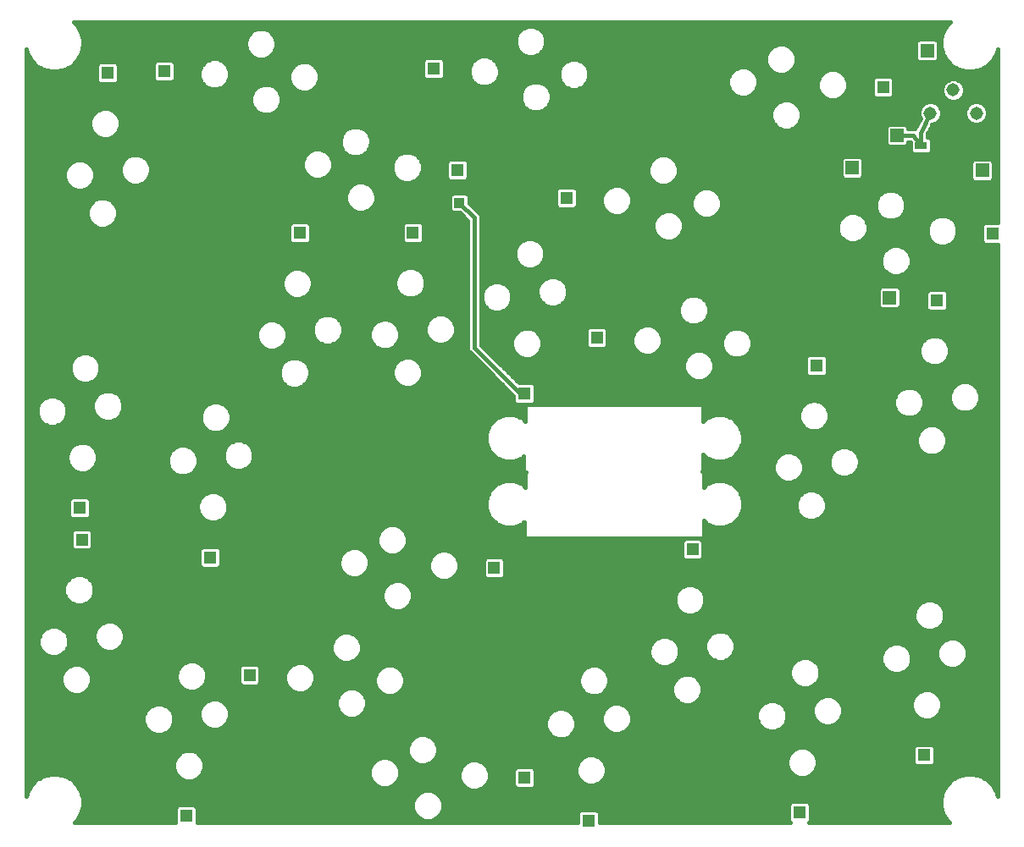
<source format=gbl>
G75*
%MOIN*%
%OFA0B0*%
%FSLAX25Y25*%
%IPPOS*%
%LPD*%
%AMOC8*
5,1,8,0,0,1.08239X$1,22.5*
%
%ADD10R,0.04992X0.04992*%
%ADD11R,0.04724X0.03150*%
%ADD12C,0.05150*%
%ADD13R,0.05315X0.05315*%
%ADD14C,0.01600*%
%ADD15C,0.04750*%
%ADD16R,0.03962X0.03962*%
D10*
X0131709Y0053756D03*
X0156591Y0109268D03*
X0141157Y0155606D03*
X0090567Y0162654D03*
X0089780Y0175134D03*
X0176394Y0283402D03*
X0220882Y0283559D03*
X0238441Y0308283D03*
X0281276Y0297260D03*
X0229110Y0348047D03*
X0122969Y0347063D03*
X0100803Y0346394D03*
X0264780Y0220094D03*
X0293244Y0242142D03*
X0379740Y0231236D03*
X0427181Y0256827D03*
X0449071Y0283283D03*
X0405921Y0340764D03*
X0330921Y0158717D03*
X0252890Y0151394D03*
X0264858Y0068717D03*
X0289976Y0051945D03*
X0373047Y0055055D03*
X0422063Y0077693D03*
D11*
X0420843Y0310803D03*
X0420843Y0317890D03*
D12*
X0433559Y0321614D03*
X0424531Y0330646D03*
X0433559Y0339677D03*
X0442587Y0330646D03*
D13*
X0444898Y0308087D03*
X0413402Y0312024D03*
X0411433Y0321866D03*
X0393717Y0309071D03*
X0423244Y0355331D03*
X0408480Y0257890D03*
D14*
X0068792Y0355802D02*
X0068792Y0061553D01*
X0069287Y0063401D01*
X0070764Y0065958D01*
X0072853Y0068047D01*
X0075410Y0069524D01*
X0078263Y0070288D01*
X0081217Y0070288D01*
X0084070Y0069524D01*
X0086628Y0068047D01*
X0088716Y0065958D01*
X0090193Y0063401D01*
X0090957Y0060548D01*
X0090957Y0057594D01*
X0090193Y0054741D01*
X0088716Y0052183D01*
X0087609Y0051076D01*
X0127413Y0051076D01*
X0127413Y0056998D01*
X0128467Y0058052D01*
X0134950Y0058052D01*
X0136005Y0056998D01*
X0136005Y0051076D01*
X0285680Y0051076D01*
X0285680Y0055187D01*
X0286735Y0056241D01*
X0293218Y0056241D01*
X0294272Y0055187D01*
X0294272Y0051076D01*
X0369489Y0051076D01*
X0368751Y0051813D01*
X0368751Y0058297D01*
X0369806Y0059351D01*
X0376289Y0059351D01*
X0377343Y0058297D01*
X0377343Y0051813D01*
X0376605Y0051076D01*
X0432108Y0051076D01*
X0431000Y0052183D01*
X0429523Y0054741D01*
X0428759Y0057594D01*
X0428759Y0060548D01*
X0429523Y0063401D01*
X0431000Y0065958D01*
X0433089Y0068047D01*
X0435647Y0069524D01*
X0438500Y0070288D01*
X0441453Y0070288D01*
X0444306Y0069524D01*
X0446864Y0068047D01*
X0448952Y0065958D01*
X0450429Y0063401D01*
X0450924Y0061553D01*
X0450924Y0278987D01*
X0445829Y0278987D01*
X0444775Y0280042D01*
X0444775Y0286525D01*
X0445829Y0287580D01*
X0450924Y0287580D01*
X0450924Y0355802D01*
X0450429Y0353954D01*
X0448952Y0351396D01*
X0446864Y0349307D01*
X0444306Y0347831D01*
X0441453Y0347066D01*
X0438500Y0347066D01*
X0435647Y0347831D01*
X0433089Y0349307D01*
X0431000Y0351396D01*
X0429523Y0353954D01*
X0428759Y0356807D01*
X0428759Y0359760D01*
X0429523Y0362613D01*
X0431000Y0365171D01*
X0432384Y0366554D01*
X0087333Y0366554D01*
X0088716Y0365171D01*
X0090193Y0362613D01*
X0090957Y0359760D01*
X0090957Y0356807D01*
X0090193Y0353954D01*
X0088716Y0351396D01*
X0086628Y0349307D01*
X0084070Y0347831D01*
X0081217Y0347066D01*
X0078263Y0347066D01*
X0075410Y0347831D01*
X0072853Y0349307D01*
X0070764Y0351396D01*
X0069287Y0353954D01*
X0068792Y0355802D01*
X0068792Y0354788D02*
X0069064Y0354788D01*
X0068792Y0353190D02*
X0069728Y0353190D01*
X0070651Y0351591D02*
X0068792Y0351591D01*
X0068792Y0349993D02*
X0072167Y0349993D01*
X0074434Y0348394D02*
X0068792Y0348394D01*
X0068792Y0346796D02*
X0096507Y0346796D01*
X0096507Y0348394D02*
X0085046Y0348394D01*
X0087313Y0349993D02*
X0096864Y0349993D01*
X0096507Y0349635D02*
X0096507Y0343152D01*
X0097561Y0342098D01*
X0104045Y0342098D01*
X0105099Y0343152D01*
X0105099Y0349635D01*
X0104045Y0350690D01*
X0097561Y0350690D01*
X0096507Y0349635D01*
X0096507Y0345197D02*
X0068792Y0345197D01*
X0068792Y0343599D02*
X0096507Y0343599D01*
X0105099Y0343599D02*
X0118895Y0343599D01*
X0118672Y0343821D02*
X0119727Y0342767D01*
X0126210Y0342767D01*
X0127265Y0343821D01*
X0127265Y0350305D01*
X0126210Y0351359D01*
X0119727Y0351359D01*
X0118672Y0350305D01*
X0118672Y0343821D01*
X0118672Y0345197D02*
X0105099Y0345197D01*
X0105099Y0346796D02*
X0118672Y0346796D01*
X0118672Y0348394D02*
X0105099Y0348394D01*
X0104742Y0349993D02*
X0118672Y0349993D01*
X0127265Y0349993D02*
X0138306Y0349993D01*
X0137740Y0349427D02*
X0139423Y0351110D01*
X0141621Y0352020D01*
X0144001Y0352020D01*
X0146199Y0351110D01*
X0147882Y0349427D01*
X0148792Y0347229D01*
X0148792Y0344850D01*
X0147882Y0342651D01*
X0146199Y0340969D01*
X0144001Y0340058D01*
X0141621Y0340058D01*
X0139423Y0340969D01*
X0137740Y0342651D01*
X0136830Y0344850D01*
X0136830Y0347229D01*
X0137740Y0349427D01*
X0137313Y0348394D02*
X0127265Y0348394D01*
X0127265Y0346796D02*
X0136830Y0346796D01*
X0136830Y0345197D02*
X0127265Y0345197D01*
X0127042Y0343599D02*
X0137348Y0343599D01*
X0138392Y0342000D02*
X0068792Y0342000D01*
X0068792Y0340402D02*
X0140792Y0340402D01*
X0144830Y0340402D02*
X0159069Y0340402D01*
X0159738Y0341071D02*
X0158055Y0339388D01*
X0157145Y0337190D01*
X0157145Y0334810D01*
X0158055Y0332612D01*
X0159738Y0330929D01*
X0161936Y0330019D01*
X0164316Y0330019D01*
X0166514Y0330929D01*
X0168197Y0332612D01*
X0169107Y0334810D01*
X0169107Y0337190D01*
X0168197Y0339388D01*
X0166514Y0341071D01*
X0164316Y0341981D01*
X0161936Y0341981D01*
X0159738Y0341071D01*
X0157813Y0338803D02*
X0068792Y0338803D01*
X0068792Y0337205D02*
X0157151Y0337205D01*
X0157145Y0335606D02*
X0068792Y0335606D01*
X0068792Y0334008D02*
X0157477Y0334008D01*
X0158258Y0332409D02*
X0101267Y0332409D01*
X0100969Y0332532D02*
X0098590Y0332532D01*
X0096391Y0331622D01*
X0094709Y0329939D01*
X0093798Y0327741D01*
X0093798Y0325361D01*
X0094709Y0323163D01*
X0096391Y0321481D01*
X0098590Y0320570D01*
X0100969Y0320570D01*
X0103168Y0321481D01*
X0104850Y0323163D01*
X0105761Y0325361D01*
X0105761Y0327741D01*
X0104850Y0329939D01*
X0103168Y0331622D01*
X0100969Y0332532D01*
X0098292Y0332409D02*
X0068792Y0332409D01*
X0068792Y0330811D02*
X0095580Y0330811D01*
X0094408Y0329212D02*
X0068792Y0329212D01*
X0068792Y0327614D02*
X0093798Y0327614D01*
X0093798Y0326015D02*
X0068792Y0326015D01*
X0068792Y0324417D02*
X0094190Y0324417D01*
X0095054Y0322818D02*
X0068792Y0322818D01*
X0068792Y0321220D02*
X0097022Y0321220D01*
X0102537Y0321220D02*
X0192585Y0321220D01*
X0192302Y0320536D02*
X0192302Y0318157D01*
X0193213Y0315958D01*
X0194895Y0314276D01*
X0197094Y0313365D01*
X0199473Y0313365D01*
X0201671Y0314276D01*
X0203354Y0315958D01*
X0204265Y0318157D01*
X0204265Y0320536D01*
X0203354Y0322734D01*
X0201671Y0324417D01*
X0199473Y0325328D01*
X0197094Y0325328D01*
X0194895Y0324417D01*
X0193213Y0322734D01*
X0192302Y0320536D01*
X0192302Y0319621D02*
X0068792Y0319621D01*
X0068792Y0318023D02*
X0192358Y0318023D01*
X0193020Y0316424D02*
X0068792Y0316424D01*
X0068792Y0314825D02*
X0179280Y0314825D01*
X0179935Y0315480D02*
X0178252Y0313797D01*
X0177342Y0311599D01*
X0177342Y0309220D01*
X0178252Y0307021D01*
X0179935Y0305339D01*
X0182133Y0304428D01*
X0184513Y0304428D01*
X0186711Y0305339D01*
X0188393Y0307021D01*
X0189304Y0309220D01*
X0189304Y0311599D01*
X0188393Y0313797D01*
X0186711Y0315480D01*
X0184513Y0316391D01*
X0182133Y0316391D01*
X0179935Y0315480D01*
X0178016Y0313227D02*
X0115184Y0313227D01*
X0115057Y0313354D02*
X0112859Y0314265D01*
X0110480Y0314265D01*
X0108281Y0313354D01*
X0106599Y0311671D01*
X0105688Y0309473D01*
X0105688Y0307094D01*
X0106599Y0304895D01*
X0108281Y0303213D01*
X0110480Y0302302D01*
X0112859Y0302302D01*
X0115057Y0303213D01*
X0116740Y0304895D01*
X0117650Y0307094D01*
X0117650Y0309473D01*
X0116740Y0311671D01*
X0115057Y0313354D01*
X0116758Y0311628D02*
X0177354Y0311628D01*
X0177342Y0310030D02*
X0117420Y0310030D01*
X0117650Y0308431D02*
X0177668Y0308431D01*
X0178441Y0306833D02*
X0117542Y0306833D01*
X0116880Y0305234D02*
X0180187Y0305234D01*
X0186459Y0305234D02*
X0214213Y0305234D01*
X0213528Y0305919D02*
X0215210Y0304237D01*
X0217409Y0303326D01*
X0219788Y0303326D01*
X0221986Y0304237D01*
X0223669Y0305919D01*
X0224580Y0308117D01*
X0224580Y0310497D01*
X0223669Y0312695D01*
X0221986Y0314378D01*
X0219788Y0315288D01*
X0217409Y0315288D01*
X0215210Y0314378D01*
X0213528Y0312695D01*
X0212617Y0310497D01*
X0212617Y0308117D01*
X0213528Y0305919D01*
X0213149Y0306833D02*
X0188205Y0306833D01*
X0188977Y0308431D02*
X0212617Y0308431D01*
X0212617Y0310030D02*
X0189304Y0310030D01*
X0189292Y0311628D02*
X0213086Y0311628D01*
X0214060Y0313227D02*
X0188630Y0313227D01*
X0187365Y0314825D02*
X0194346Y0314825D01*
X0202221Y0314825D02*
X0216292Y0314825D01*
X0220905Y0314825D02*
X0417424Y0314825D01*
X0417735Y0314515D02*
X0416680Y0315569D01*
X0416680Y0319097D01*
X0416553Y0319266D01*
X0415891Y0319266D01*
X0415891Y0318463D01*
X0414836Y0317409D01*
X0408030Y0317409D01*
X0406976Y0318463D01*
X0406976Y0325269D01*
X0408030Y0326324D01*
X0414836Y0326324D01*
X0415891Y0325269D01*
X0415891Y0324466D01*
X0417521Y0324466D01*
X0417702Y0324513D01*
X0418033Y0324466D01*
X0418368Y0324466D01*
X0418522Y0324402D01*
X0420628Y0328637D01*
X0420157Y0329775D01*
X0420157Y0331516D01*
X0420823Y0333124D01*
X0422053Y0334354D01*
X0423661Y0335020D01*
X0425402Y0335020D01*
X0427010Y0334354D01*
X0428240Y0333124D01*
X0428906Y0331516D01*
X0428906Y0329775D01*
X0428240Y0328168D01*
X0427010Y0326937D01*
X0425402Y0326271D01*
X0425259Y0326271D01*
X0423260Y0322252D01*
X0423302Y0321265D01*
X0423950Y0321265D01*
X0425005Y0320210D01*
X0425005Y0315569D01*
X0423950Y0314515D01*
X0417735Y0314515D01*
X0416680Y0316424D02*
X0203547Y0316424D01*
X0204209Y0318023D02*
X0407416Y0318023D01*
X0406976Y0319621D02*
X0204265Y0319621D01*
X0203981Y0321220D02*
X0406976Y0321220D01*
X0406976Y0322818D02*
X0203270Y0322818D01*
X0201672Y0324417D02*
X0365414Y0324417D01*
X0364423Y0324827D02*
X0366621Y0323917D01*
X0369001Y0323917D01*
X0371199Y0324827D01*
X0372882Y0326510D01*
X0373792Y0328708D01*
X0373792Y0331087D01*
X0372882Y0333286D01*
X0371199Y0334968D01*
X0369001Y0335879D01*
X0366621Y0335879D01*
X0364423Y0334968D01*
X0362740Y0333286D01*
X0361830Y0331087D01*
X0361830Y0328708D01*
X0362740Y0326510D01*
X0364423Y0324827D01*
X0363235Y0326015D02*
X0105761Y0326015D01*
X0105761Y0327614D02*
X0362283Y0327614D01*
X0361830Y0329212D02*
X0105151Y0329212D01*
X0103979Y0330811D02*
X0160025Y0330811D01*
X0166227Y0330811D02*
X0361830Y0330811D01*
X0362377Y0332409D02*
X0273151Y0332409D01*
X0272656Y0331914D02*
X0274338Y0333596D01*
X0275249Y0335795D01*
X0275249Y0338174D01*
X0274338Y0340372D01*
X0272656Y0342055D01*
X0270457Y0342965D01*
X0268078Y0342965D01*
X0265880Y0342055D01*
X0264197Y0340372D01*
X0263287Y0338174D01*
X0263287Y0335795D01*
X0264197Y0333596D01*
X0265880Y0331914D01*
X0268078Y0331003D01*
X0270457Y0331003D01*
X0272656Y0331914D01*
X0274509Y0334008D02*
X0363462Y0334008D01*
X0365963Y0335606D02*
X0275171Y0335606D01*
X0275249Y0337205D02*
X0348899Y0337205D01*
X0349613Y0336909D02*
X0351993Y0336909D01*
X0354191Y0337819D01*
X0355874Y0339502D01*
X0356784Y0341700D01*
X0356784Y0344079D01*
X0355874Y0346278D01*
X0354191Y0347960D01*
X0351993Y0348871D01*
X0349613Y0348871D01*
X0347415Y0347960D01*
X0345733Y0346278D01*
X0344822Y0344079D01*
X0344822Y0341700D01*
X0345733Y0339502D01*
X0347415Y0337819D01*
X0349613Y0336909D01*
X0352707Y0337205D02*
X0382203Y0337205D01*
X0382691Y0336717D02*
X0384889Y0335806D01*
X0387268Y0335806D01*
X0389467Y0336717D01*
X0391149Y0338399D01*
X0392060Y0340598D01*
X0392060Y0342977D01*
X0391149Y0345175D01*
X0389467Y0346858D01*
X0387268Y0347768D01*
X0384889Y0347768D01*
X0382691Y0346858D01*
X0381008Y0345175D01*
X0380098Y0342977D01*
X0380098Y0340598D01*
X0381008Y0338399D01*
X0382691Y0336717D01*
X0380841Y0338803D02*
X0355175Y0338803D01*
X0356246Y0340402D02*
X0380179Y0340402D01*
X0380098Y0342000D02*
X0356784Y0342000D01*
X0356784Y0343599D02*
X0380355Y0343599D01*
X0381030Y0345197D02*
X0356321Y0345197D01*
X0355356Y0346796D02*
X0362336Y0346796D01*
X0362376Y0346756D02*
X0364574Y0345846D01*
X0366953Y0345846D01*
X0369152Y0346756D01*
X0370834Y0348439D01*
X0371745Y0350637D01*
X0371745Y0353016D01*
X0370834Y0355215D01*
X0369152Y0356897D01*
X0366953Y0357808D01*
X0364574Y0357808D01*
X0362376Y0356897D01*
X0360693Y0355215D01*
X0359783Y0353016D01*
X0359783Y0350637D01*
X0360693Y0348439D01*
X0362376Y0346756D01*
X0360738Y0348394D02*
X0353144Y0348394D01*
X0348463Y0348394D02*
X0289678Y0348394D01*
X0289299Y0349309D02*
X0290209Y0347111D01*
X0290209Y0344732D01*
X0289299Y0342533D01*
X0287616Y0340851D01*
X0285418Y0339940D01*
X0283039Y0339940D01*
X0280840Y0340851D01*
X0279158Y0342533D01*
X0278247Y0344732D01*
X0278247Y0347111D01*
X0279158Y0349309D01*
X0280840Y0350992D01*
X0283039Y0351902D01*
X0285418Y0351902D01*
X0287616Y0350992D01*
X0289299Y0349309D01*
X0288615Y0349993D02*
X0360050Y0349993D01*
X0359783Y0351591D02*
X0286169Y0351591D01*
X0282288Y0351591D02*
X0252844Y0351591D01*
X0252341Y0352094D02*
X0250142Y0353005D01*
X0247763Y0353005D01*
X0245565Y0352094D01*
X0243882Y0350412D01*
X0242972Y0348213D01*
X0242972Y0345834D01*
X0243882Y0343636D01*
X0245565Y0341953D01*
X0247763Y0341043D01*
X0250142Y0341043D01*
X0252341Y0341953D01*
X0254023Y0343636D01*
X0254934Y0345834D01*
X0254934Y0348213D01*
X0254023Y0350412D01*
X0252341Y0352094D01*
X0254197Y0349993D02*
X0279841Y0349993D01*
X0278779Y0348394D02*
X0254859Y0348394D01*
X0254934Y0346796D02*
X0278247Y0346796D01*
X0278247Y0345197D02*
X0254670Y0345197D01*
X0253986Y0343599D02*
X0278716Y0343599D01*
X0279691Y0342000D02*
X0272710Y0342000D01*
X0274309Y0340402D02*
X0281924Y0340402D01*
X0286532Y0340402D02*
X0345360Y0340402D01*
X0344822Y0342000D02*
X0288766Y0342000D01*
X0289740Y0343599D02*
X0344822Y0343599D01*
X0345285Y0345197D02*
X0290209Y0345197D01*
X0290209Y0346796D02*
X0346251Y0346796D01*
X0346431Y0338803D02*
X0274988Y0338803D01*
X0265825Y0342000D02*
X0252388Y0342000D01*
X0245518Y0342000D02*
X0183344Y0342000D01*
X0183157Y0341549D02*
X0184068Y0343747D01*
X0184068Y0346127D01*
X0183157Y0348325D01*
X0181475Y0350008D01*
X0179276Y0350918D01*
X0176897Y0350918D01*
X0174699Y0350008D01*
X0173016Y0348325D01*
X0172106Y0346127D01*
X0172106Y0343747D01*
X0173016Y0341549D01*
X0174699Y0339866D01*
X0176897Y0338956D01*
X0179276Y0338956D01*
X0181475Y0339866D01*
X0183157Y0341549D01*
X0182010Y0340402D02*
X0264227Y0340402D01*
X0263547Y0338803D02*
X0168439Y0338803D01*
X0169101Y0337205D02*
X0263287Y0337205D01*
X0263365Y0335606D02*
X0169107Y0335606D01*
X0168775Y0334008D02*
X0264027Y0334008D01*
X0265384Y0332409D02*
X0167994Y0332409D01*
X0167183Y0340402D02*
X0174163Y0340402D01*
X0172829Y0342000D02*
X0147230Y0342000D01*
X0148274Y0343599D02*
X0172167Y0343599D01*
X0172106Y0345197D02*
X0148792Y0345197D01*
X0148792Y0346796D02*
X0172383Y0346796D01*
X0173085Y0348394D02*
X0148309Y0348394D01*
X0147316Y0349993D02*
X0174684Y0349993D01*
X0181489Y0349993D02*
X0224814Y0349993D01*
X0224814Y0351289D02*
X0224814Y0344806D01*
X0225869Y0343751D01*
X0232352Y0343751D01*
X0233406Y0344806D01*
X0233406Y0351289D01*
X0232352Y0352343D01*
X0225869Y0352343D01*
X0224814Y0351289D01*
X0225117Y0351591D02*
X0145037Y0351591D01*
X0140585Y0351591D02*
X0088829Y0351591D01*
X0089752Y0353190D02*
X0157360Y0353190D01*
X0157691Y0352859D02*
X0156008Y0354541D01*
X0155098Y0356739D01*
X0155098Y0359119D01*
X0156008Y0361317D01*
X0157691Y0363000D01*
X0159889Y0363910D01*
X0162268Y0363910D01*
X0164467Y0363000D01*
X0166149Y0361317D01*
X0167060Y0359119D01*
X0167060Y0356739D01*
X0166149Y0354541D01*
X0164467Y0352859D01*
X0162268Y0351948D01*
X0159889Y0351948D01*
X0157691Y0352859D01*
X0155906Y0354788D02*
X0090417Y0354788D01*
X0090845Y0356387D02*
X0155244Y0356387D01*
X0155098Y0357985D02*
X0090957Y0357985D01*
X0090957Y0359584D02*
X0155290Y0359584D01*
X0155952Y0361182D02*
X0090576Y0361182D01*
X0090096Y0362781D02*
X0157472Y0362781D01*
X0164686Y0362781D02*
X0262629Y0362781D01*
X0262150Y0362301D02*
X0261239Y0360103D01*
X0261239Y0357724D01*
X0262150Y0355525D01*
X0263832Y0353843D01*
X0266031Y0352932D01*
X0268410Y0352932D01*
X0270608Y0353843D01*
X0272291Y0355525D01*
X0273202Y0357724D01*
X0273202Y0360103D01*
X0272291Y0362301D01*
X0270608Y0363984D01*
X0268410Y0364894D01*
X0266031Y0364894D01*
X0263832Y0363984D01*
X0262150Y0362301D01*
X0261686Y0361182D02*
X0166205Y0361182D01*
X0166867Y0359584D02*
X0261239Y0359584D01*
X0261239Y0357985D02*
X0167060Y0357985D01*
X0166914Y0356387D02*
X0261793Y0356387D01*
X0262887Y0354788D02*
X0166252Y0354788D01*
X0164798Y0353190D02*
X0265409Y0353190D01*
X0269032Y0353190D02*
X0359854Y0353190D01*
X0360517Y0354788D02*
X0271554Y0354788D01*
X0272648Y0356387D02*
X0361865Y0356387D01*
X0369662Y0356387D02*
X0418787Y0356387D01*
X0418787Y0357985D02*
X0273202Y0357985D01*
X0273202Y0359584D02*
X0419637Y0359584D01*
X0419841Y0359788D02*
X0418787Y0358734D01*
X0418787Y0351928D01*
X0419841Y0350873D01*
X0426647Y0350873D01*
X0427702Y0351928D01*
X0427702Y0358734D01*
X0426647Y0359788D01*
X0419841Y0359788D01*
X0418787Y0354788D02*
X0371011Y0354788D01*
X0371673Y0353190D02*
X0418787Y0353190D01*
X0419123Y0351591D02*
X0371745Y0351591D01*
X0371478Y0349993D02*
X0432403Y0349993D01*
X0430887Y0351591D02*
X0427365Y0351591D01*
X0427702Y0353190D02*
X0429965Y0353190D01*
X0429300Y0354788D02*
X0427702Y0354788D01*
X0427702Y0356387D02*
X0428872Y0356387D01*
X0428759Y0357985D02*
X0427702Y0357985D01*
X0426852Y0359584D02*
X0428759Y0359584D01*
X0429140Y0361182D02*
X0272755Y0361182D01*
X0271812Y0362781D02*
X0429620Y0362781D01*
X0430543Y0364379D02*
X0269654Y0364379D01*
X0264787Y0364379D02*
X0089173Y0364379D01*
X0087909Y0365978D02*
X0431807Y0365978D01*
X0450653Y0354788D02*
X0450924Y0354788D01*
X0450924Y0353190D02*
X0449988Y0353190D01*
X0449065Y0351591D02*
X0450924Y0351591D01*
X0450924Y0349993D02*
X0447549Y0349993D01*
X0445282Y0348394D02*
X0450924Y0348394D01*
X0450924Y0346796D02*
X0389529Y0346796D01*
X0391127Y0345197D02*
X0450924Y0345197D01*
X0450924Y0343599D02*
X0435524Y0343599D01*
X0436037Y0343386D02*
X0434429Y0344052D01*
X0432689Y0344052D01*
X0431081Y0343386D01*
X0429850Y0342155D01*
X0429184Y0340547D01*
X0429184Y0338807D01*
X0429850Y0337199D01*
X0431081Y0335968D01*
X0432689Y0335302D01*
X0434429Y0335302D01*
X0436037Y0335968D01*
X0437268Y0337199D01*
X0437934Y0338807D01*
X0437934Y0340547D01*
X0437268Y0342155D01*
X0436037Y0343386D01*
X0437332Y0342000D02*
X0450924Y0342000D01*
X0450924Y0340402D02*
X0437934Y0340402D01*
X0437932Y0338803D02*
X0450924Y0338803D01*
X0450924Y0337205D02*
X0437270Y0337205D01*
X0435163Y0335606D02*
X0450924Y0335606D01*
X0450924Y0334008D02*
X0445412Y0334008D01*
X0445065Y0334354D02*
X0443457Y0335020D01*
X0441716Y0335020D01*
X0440108Y0334354D01*
X0438878Y0333124D01*
X0438212Y0331516D01*
X0438212Y0329775D01*
X0438878Y0328168D01*
X0440108Y0326937D01*
X0441716Y0326271D01*
X0443457Y0326271D01*
X0445065Y0326937D01*
X0446295Y0328168D01*
X0446961Y0329775D01*
X0446961Y0331516D01*
X0446295Y0333124D01*
X0445065Y0334354D01*
X0446591Y0332409D02*
X0450924Y0332409D01*
X0450924Y0330811D02*
X0446961Y0330811D01*
X0446728Y0329212D02*
X0450924Y0329212D01*
X0450924Y0327614D02*
X0445741Y0327614D01*
X0450924Y0326015D02*
X0425132Y0326015D01*
X0424337Y0324417D02*
X0450924Y0324417D01*
X0450924Y0322818D02*
X0423541Y0322818D01*
X0423995Y0321220D02*
X0450924Y0321220D01*
X0450924Y0319621D02*
X0425005Y0319621D01*
X0425005Y0318023D02*
X0450924Y0318023D01*
X0450924Y0316424D02*
X0425005Y0316424D01*
X0424261Y0314825D02*
X0450924Y0314825D01*
X0450924Y0313227D02*
X0397421Y0313227D01*
X0397120Y0313528D02*
X0390313Y0313528D01*
X0389259Y0312474D01*
X0389259Y0305668D01*
X0390313Y0304613D01*
X0397120Y0304613D01*
X0398174Y0305668D01*
X0398174Y0312474D01*
X0397120Y0313528D01*
X0398174Y0311628D02*
X0440579Y0311628D01*
X0440440Y0311490D02*
X0440440Y0304684D01*
X0441495Y0303629D01*
X0448301Y0303629D01*
X0449355Y0304684D01*
X0449355Y0311490D01*
X0448301Y0312544D01*
X0441495Y0312544D01*
X0440440Y0311490D01*
X0440440Y0310030D02*
X0398174Y0310030D01*
X0398174Y0308431D02*
X0440440Y0308431D01*
X0440440Y0306833D02*
X0398174Y0306833D01*
X0397741Y0305234D02*
X0440440Y0305234D01*
X0441488Y0303636D02*
X0323354Y0303636D01*
X0322774Y0303055D02*
X0324456Y0304738D01*
X0325367Y0306936D01*
X0325367Y0309316D01*
X0324456Y0311514D01*
X0322774Y0313197D01*
X0320576Y0314107D01*
X0318196Y0314107D01*
X0315998Y0313197D01*
X0314315Y0311514D01*
X0313405Y0309316D01*
X0313405Y0306936D01*
X0314315Y0304738D01*
X0315998Y0303055D01*
X0318196Y0302145D01*
X0320576Y0302145D01*
X0322774Y0303055D01*
X0324662Y0305234D02*
X0389692Y0305234D01*
X0389259Y0306833D02*
X0325324Y0306833D01*
X0325367Y0308431D02*
X0389259Y0308431D01*
X0389259Y0310030D02*
X0325071Y0310030D01*
X0324342Y0311628D02*
X0389259Y0311628D01*
X0390012Y0313227D02*
X0322700Y0313227D01*
X0316071Y0313227D02*
X0223137Y0313227D01*
X0224111Y0311628D02*
X0234248Y0311628D01*
X0234145Y0311525D02*
X0234145Y0305042D01*
X0235199Y0303987D01*
X0241683Y0303987D01*
X0242737Y0305042D01*
X0242737Y0311525D01*
X0241683Y0312580D01*
X0235199Y0312580D01*
X0234145Y0311525D01*
X0234145Y0310030D02*
X0224580Y0310030D01*
X0224580Y0308431D02*
X0234145Y0308431D01*
X0234145Y0306833D02*
X0224047Y0306833D01*
X0222984Y0305234D02*
X0234145Y0305234D01*
X0236462Y0299072D02*
X0235408Y0298018D01*
X0235408Y0292565D01*
X0236462Y0291510D01*
X0239293Y0291510D01*
X0242494Y0288309D01*
X0242494Y0237688D01*
X0242890Y0236732D01*
X0243622Y0236001D01*
X0260483Y0219139D01*
X0260483Y0216853D01*
X0261538Y0215798D01*
X0268021Y0215798D01*
X0269076Y0216853D01*
X0269076Y0223336D01*
X0268021Y0224391D01*
X0262586Y0224391D01*
X0247694Y0239282D01*
X0247694Y0289903D01*
X0247299Y0290859D01*
X0242970Y0295187D01*
X0242970Y0298018D01*
X0241916Y0299072D01*
X0236462Y0299072D01*
X0236230Y0298840D02*
X0206215Y0298840D01*
X0206312Y0298607D02*
X0205401Y0300805D01*
X0203719Y0302488D01*
X0201520Y0303398D01*
X0199141Y0303398D01*
X0196943Y0302488D01*
X0195260Y0300805D01*
X0194350Y0298607D01*
X0194350Y0296228D01*
X0195260Y0294029D01*
X0196943Y0292347D01*
X0199141Y0291436D01*
X0201520Y0291436D01*
X0203719Y0292347D01*
X0205401Y0294029D01*
X0206312Y0296228D01*
X0206312Y0298607D01*
X0206312Y0297242D02*
X0235408Y0297242D01*
X0235408Y0295643D02*
X0206070Y0295643D01*
X0205408Y0294045D02*
X0235408Y0294045D01*
X0235526Y0292446D02*
X0203818Y0292446D01*
X0196843Y0292446D02*
X0104658Y0292446D01*
X0104658Y0292465D02*
X0103748Y0294664D01*
X0102065Y0296346D01*
X0099867Y0297257D01*
X0097487Y0297257D01*
X0095289Y0296346D01*
X0093607Y0294664D01*
X0092696Y0292465D01*
X0092696Y0290086D01*
X0093607Y0287888D01*
X0095289Y0286205D01*
X0097487Y0285294D01*
X0099867Y0285294D01*
X0102065Y0286205D01*
X0103748Y0287888D01*
X0104658Y0290086D01*
X0104658Y0292465D01*
X0104658Y0290848D02*
X0239956Y0290848D01*
X0241554Y0289249D02*
X0104312Y0289249D01*
X0103511Y0287651D02*
X0173105Y0287651D01*
X0173152Y0287698D02*
X0172098Y0286643D01*
X0172098Y0280160D01*
X0173152Y0279106D01*
X0179635Y0279106D01*
X0180690Y0280160D01*
X0180690Y0286643D01*
X0179635Y0287698D01*
X0173152Y0287698D01*
X0172098Y0286052D02*
X0101696Y0286052D01*
X0095658Y0286052D02*
X0068792Y0286052D01*
X0068792Y0284454D02*
X0172098Y0284454D01*
X0172098Y0282855D02*
X0068792Y0282855D01*
X0068792Y0281257D02*
X0172098Y0281257D01*
X0172599Y0279658D02*
X0068792Y0279658D01*
X0068792Y0278060D02*
X0242494Y0278060D01*
X0242494Y0279658D02*
X0224519Y0279658D01*
X0224124Y0279263D02*
X0225178Y0280317D01*
X0225178Y0286801D01*
X0224124Y0287855D01*
X0217640Y0287855D01*
X0216586Y0286801D01*
X0216586Y0280317D01*
X0217640Y0279263D01*
X0224124Y0279263D01*
X0225178Y0281257D02*
X0242494Y0281257D01*
X0242494Y0282855D02*
X0225178Y0282855D01*
X0225178Y0284454D02*
X0242494Y0284454D01*
X0242494Y0286052D02*
X0225178Y0286052D01*
X0224328Y0287651D02*
X0242494Y0287651D01*
X0245094Y0289386D02*
X0239189Y0295291D01*
X0242970Y0295643D02*
X0276980Y0295643D01*
X0276980Y0294045D02*
X0244112Y0294045D01*
X0245711Y0292446D02*
X0296449Y0292446D01*
X0296048Y0292848D02*
X0297730Y0291166D01*
X0299928Y0290255D01*
X0302308Y0290255D01*
X0304506Y0291166D01*
X0306189Y0292848D01*
X0307099Y0295046D01*
X0307099Y0297426D01*
X0306189Y0299624D01*
X0304506Y0301307D01*
X0302308Y0302217D01*
X0299928Y0302217D01*
X0297730Y0301307D01*
X0296048Y0299624D01*
X0295137Y0297426D01*
X0295137Y0295046D01*
X0296048Y0292848D01*
X0295552Y0294045D02*
X0285572Y0294045D01*
X0285572Y0294018D02*
X0285572Y0300501D01*
X0284517Y0301556D01*
X0278034Y0301556D01*
X0276980Y0300501D01*
X0276980Y0294018D01*
X0278034Y0292964D01*
X0284517Y0292964D01*
X0285572Y0294018D01*
X0285572Y0295643D02*
X0295137Y0295643D01*
X0295137Y0297242D02*
X0285572Y0297242D01*
X0285572Y0298840D02*
X0295723Y0298840D01*
X0296862Y0300439D02*
X0285572Y0300439D01*
X0276980Y0300439D02*
X0205553Y0300439D01*
X0204169Y0302037D02*
X0299494Y0302037D01*
X0302742Y0302037D02*
X0450924Y0302037D01*
X0450924Y0300439D02*
X0339216Y0300439D01*
X0339782Y0300204D02*
X0337583Y0301115D01*
X0335204Y0301115D01*
X0333006Y0300204D01*
X0331323Y0298522D01*
X0330413Y0296324D01*
X0330413Y0293944D01*
X0331323Y0291746D01*
X0333006Y0290063D01*
X0335204Y0289153D01*
X0337583Y0289153D01*
X0339782Y0290063D01*
X0341464Y0291746D01*
X0342375Y0293944D01*
X0342375Y0296324D01*
X0341464Y0298522D01*
X0339782Y0300204D01*
X0341146Y0298840D02*
X0404949Y0298840D01*
X0405525Y0299417D02*
X0403843Y0297734D01*
X0402932Y0295536D01*
X0402932Y0293157D01*
X0403843Y0290958D01*
X0405525Y0289276D01*
X0407724Y0288365D01*
X0410103Y0288365D01*
X0412301Y0289276D01*
X0413984Y0290958D01*
X0414894Y0293157D01*
X0414894Y0295536D01*
X0413984Y0297734D01*
X0412301Y0299417D01*
X0410103Y0300328D01*
X0407724Y0300328D01*
X0405525Y0299417D01*
X0403639Y0297242D02*
X0341994Y0297242D01*
X0342375Y0295643D02*
X0402977Y0295643D01*
X0402932Y0294045D02*
X0342375Y0294045D01*
X0341754Y0292446D02*
X0403227Y0292446D01*
X0403953Y0290848D02*
X0396453Y0290848D01*
X0397341Y0290480D02*
X0395142Y0291391D01*
X0392763Y0291391D01*
X0390565Y0290480D01*
X0388882Y0288797D01*
X0387972Y0286599D01*
X0387972Y0284220D01*
X0388882Y0282021D01*
X0390565Y0280339D01*
X0392763Y0279428D01*
X0395142Y0279428D01*
X0397341Y0280339D01*
X0399023Y0282021D01*
X0399934Y0284220D01*
X0399934Y0286599D01*
X0399023Y0288797D01*
X0397341Y0290480D01*
X0398571Y0289249D02*
X0405590Y0289249D01*
X0399498Y0287651D02*
X0424139Y0287651D01*
X0424158Y0287695D02*
X0423247Y0285497D01*
X0423247Y0283117D01*
X0424158Y0280919D01*
X0425840Y0279237D01*
X0428039Y0278326D01*
X0430418Y0278326D01*
X0432616Y0279237D01*
X0434299Y0280919D01*
X0435209Y0283117D01*
X0435209Y0285497D01*
X0434299Y0287695D01*
X0432616Y0289378D01*
X0430418Y0290288D01*
X0428039Y0290288D01*
X0425840Y0289378D01*
X0424158Y0287695D01*
X0423477Y0286052D02*
X0399934Y0286052D01*
X0399934Y0284454D02*
X0423247Y0284454D01*
X0423356Y0282855D02*
X0399369Y0282855D01*
X0398259Y0281257D02*
X0424018Y0281257D01*
X0425419Y0279658D02*
X0395697Y0279658D01*
X0392208Y0279658D02*
X0270918Y0279658D01*
X0270294Y0280283D02*
X0268095Y0281194D01*
X0265716Y0281194D01*
X0263517Y0280283D01*
X0261835Y0278601D01*
X0260924Y0276402D01*
X0260924Y0274023D01*
X0261835Y0271825D01*
X0263517Y0270142D01*
X0265716Y0269231D01*
X0268095Y0269231D01*
X0270294Y0270142D01*
X0271976Y0271825D01*
X0272887Y0274023D01*
X0272887Y0276402D01*
X0271976Y0278601D01*
X0270294Y0280283D01*
X0272200Y0278060D02*
X0408953Y0278060D01*
X0409771Y0278398D02*
X0407573Y0277488D01*
X0405890Y0275805D01*
X0404980Y0273607D01*
X0404980Y0271228D01*
X0405890Y0269029D01*
X0407573Y0267347D01*
X0409771Y0266436D01*
X0412150Y0266436D01*
X0414349Y0267347D01*
X0416031Y0269029D01*
X0416942Y0271228D01*
X0416942Y0273607D01*
X0416031Y0275805D01*
X0414349Y0277488D01*
X0412150Y0278398D01*
X0409771Y0278398D01*
X0412968Y0278060D02*
X0450924Y0278060D01*
X0450924Y0276461D02*
X0415375Y0276461D01*
X0416422Y0274863D02*
X0450924Y0274863D01*
X0450924Y0273264D02*
X0416942Y0273264D01*
X0416942Y0271666D02*
X0450924Y0271666D01*
X0450924Y0270067D02*
X0416461Y0270067D01*
X0415471Y0268469D02*
X0450924Y0268469D01*
X0450924Y0266870D02*
X0413198Y0266870D01*
X0408723Y0266870D02*
X0247694Y0266870D01*
X0247694Y0265272D02*
X0272404Y0265272D01*
X0272454Y0265322D02*
X0270772Y0263640D01*
X0269861Y0261442D01*
X0269861Y0259062D01*
X0270772Y0256864D01*
X0272454Y0255181D01*
X0274653Y0254271D01*
X0277032Y0254271D01*
X0279231Y0255181D01*
X0280913Y0256864D01*
X0281824Y0259062D01*
X0281824Y0261442D01*
X0280913Y0263640D01*
X0279231Y0265322D01*
X0277032Y0266233D01*
X0274653Y0266233D01*
X0272454Y0265322D01*
X0270805Y0263673D02*
X0256341Y0263673D01*
X0257301Y0263275D02*
X0255103Y0264186D01*
X0252724Y0264186D01*
X0250525Y0263275D01*
X0248843Y0261593D01*
X0247932Y0259394D01*
X0247932Y0257015D01*
X0248843Y0254817D01*
X0250525Y0253134D01*
X0252724Y0252224D01*
X0255103Y0252224D01*
X0257301Y0253134D01*
X0258984Y0254817D01*
X0259894Y0257015D01*
X0259894Y0259394D01*
X0258984Y0261593D01*
X0257301Y0263275D01*
X0258502Y0262075D02*
X0270124Y0262075D01*
X0269861Y0260476D02*
X0259446Y0260476D01*
X0259894Y0258878D02*
X0269938Y0258878D01*
X0270600Y0257279D02*
X0259894Y0257279D01*
X0259342Y0255681D02*
X0271955Y0255681D01*
X0279730Y0255681D02*
X0325988Y0255681D01*
X0326284Y0256396D02*
X0325373Y0254198D01*
X0325373Y0251818D01*
X0326284Y0249620D01*
X0327966Y0247937D01*
X0330165Y0247027D01*
X0332544Y0247027D01*
X0334742Y0247937D01*
X0336425Y0249620D01*
X0337335Y0251818D01*
X0337335Y0254198D01*
X0336425Y0256396D01*
X0334742Y0258078D01*
X0332544Y0258989D01*
X0330165Y0258989D01*
X0327966Y0258078D01*
X0326284Y0256396D01*
X0327167Y0257279D02*
X0281085Y0257279D01*
X0281747Y0258878D02*
X0329896Y0258878D01*
X0332813Y0258878D02*
X0404023Y0258878D01*
X0404023Y0260476D02*
X0281824Y0260476D01*
X0281561Y0262075D02*
X0404805Y0262075D01*
X0405077Y0262347D02*
X0404023Y0261293D01*
X0404023Y0254487D01*
X0405077Y0253432D01*
X0411883Y0253432D01*
X0412938Y0254487D01*
X0412938Y0261293D01*
X0411883Y0262347D01*
X0405077Y0262347D01*
X0404023Y0257279D02*
X0335542Y0257279D01*
X0336721Y0255681D02*
X0404023Y0255681D01*
X0404427Y0254082D02*
X0337335Y0254082D01*
X0337335Y0252484D02*
X0450924Y0252484D01*
X0450924Y0254082D02*
X0431477Y0254082D01*
X0431477Y0253585D02*
X0430423Y0252531D01*
X0423939Y0252531D01*
X0422885Y0253585D01*
X0422885Y0260068D01*
X0423939Y0261123D01*
X0430423Y0261123D01*
X0431477Y0260068D01*
X0431477Y0253585D01*
X0431477Y0255681D02*
X0450924Y0255681D01*
X0450924Y0257279D02*
X0431477Y0257279D01*
X0431477Y0258878D02*
X0450924Y0258878D01*
X0450924Y0260476D02*
X0431069Y0260476D01*
X0423293Y0260476D02*
X0412938Y0260476D01*
X0412938Y0258878D02*
X0422885Y0258878D01*
X0422885Y0257279D02*
X0412938Y0257279D01*
X0412938Y0255681D02*
X0422885Y0255681D01*
X0422885Y0254082D02*
X0412533Y0254082D01*
X0412156Y0262075D02*
X0450924Y0262075D01*
X0450924Y0263673D02*
X0280880Y0263673D01*
X0279281Y0265272D02*
X0450924Y0265272D01*
X0450924Y0250885D02*
X0336949Y0250885D01*
X0336092Y0249287D02*
X0450924Y0249287D01*
X0450924Y0247688D02*
X0334140Y0247688D01*
X0328568Y0247688D02*
X0247694Y0247688D01*
X0247694Y0246090D02*
X0289654Y0246090D01*
X0290002Y0246438D02*
X0288948Y0245383D01*
X0288948Y0238900D01*
X0290002Y0237846D01*
X0296486Y0237846D01*
X0297540Y0238900D01*
X0297540Y0245383D01*
X0296486Y0246438D01*
X0290002Y0246438D01*
X0288948Y0244491D02*
X0269708Y0244491D01*
X0269191Y0245008D02*
X0266993Y0245918D01*
X0264613Y0245918D01*
X0262415Y0245008D01*
X0260733Y0243325D01*
X0259822Y0241127D01*
X0259822Y0238747D01*
X0260733Y0236549D01*
X0262415Y0234866D01*
X0264613Y0233956D01*
X0266993Y0233956D01*
X0269191Y0234866D01*
X0270874Y0236549D01*
X0271784Y0238747D01*
X0271784Y0241127D01*
X0270874Y0243325D01*
X0269191Y0245008D01*
X0271053Y0242892D02*
X0288948Y0242892D01*
X0288948Y0241294D02*
X0271715Y0241294D01*
X0271784Y0239695D02*
X0288948Y0239695D01*
X0289751Y0238097D02*
X0271515Y0238097D01*
X0270823Y0236498D02*
X0309248Y0236498D01*
X0309699Y0236048D02*
X0311897Y0235137D01*
X0314276Y0235137D01*
X0316475Y0236048D01*
X0318157Y0237730D01*
X0319068Y0239928D01*
X0319068Y0242308D01*
X0318157Y0244506D01*
X0316475Y0246189D01*
X0314276Y0247099D01*
X0311897Y0247099D01*
X0309699Y0246189D01*
X0308016Y0244506D01*
X0307106Y0242308D01*
X0307106Y0239928D01*
X0308016Y0237730D01*
X0309699Y0236048D01*
X0307864Y0238097D02*
X0296737Y0238097D01*
X0297540Y0239695D02*
X0307202Y0239695D01*
X0307106Y0241294D02*
X0297540Y0241294D01*
X0297540Y0242892D02*
X0307348Y0242892D01*
X0308010Y0244491D02*
X0297540Y0244491D01*
X0296834Y0246090D02*
X0309599Y0246090D01*
X0316574Y0246090D02*
X0450924Y0246090D01*
X0450924Y0244491D02*
X0352345Y0244491D01*
X0351750Y0245086D02*
X0349552Y0245997D01*
X0347172Y0245997D01*
X0344974Y0245086D01*
X0343292Y0243404D01*
X0342381Y0241205D01*
X0342381Y0238826D01*
X0343292Y0236628D01*
X0344974Y0234945D01*
X0347172Y0234035D01*
X0349552Y0234035D01*
X0351750Y0234945D01*
X0353433Y0236628D01*
X0354343Y0238826D01*
X0354343Y0241205D01*
X0353433Y0243404D01*
X0351750Y0245086D01*
X0353645Y0242892D02*
X0424792Y0242892D01*
X0424968Y0242965D02*
X0422769Y0242055D01*
X0421087Y0240372D01*
X0420176Y0238174D01*
X0420176Y0235795D01*
X0421087Y0233596D01*
X0422769Y0231914D01*
X0424968Y0231003D01*
X0427347Y0231003D01*
X0429545Y0231914D01*
X0431228Y0233596D01*
X0432139Y0235795D01*
X0432139Y0238174D01*
X0431228Y0240372D01*
X0429545Y0242055D01*
X0427347Y0242965D01*
X0424968Y0242965D01*
X0427523Y0242892D02*
X0450924Y0242892D01*
X0450924Y0241294D02*
X0430306Y0241294D01*
X0431508Y0239695D02*
X0450924Y0239695D01*
X0450924Y0238097D02*
X0432139Y0238097D01*
X0432139Y0236498D02*
X0450924Y0236498D01*
X0450924Y0234900D02*
X0431768Y0234900D01*
X0430933Y0233301D02*
X0450924Y0233301D01*
X0450924Y0231703D02*
X0429037Y0231703D01*
X0423278Y0231703D02*
X0384036Y0231703D01*
X0384036Y0233301D02*
X0421382Y0233301D01*
X0420547Y0234900D02*
X0383614Y0234900D01*
X0384036Y0234478D02*
X0382982Y0235532D01*
X0376498Y0235532D01*
X0375444Y0234478D01*
X0375444Y0227995D01*
X0376498Y0226940D01*
X0382982Y0226940D01*
X0384036Y0227995D01*
X0384036Y0234478D01*
X0384036Y0230104D02*
X0450924Y0230104D01*
X0450924Y0228506D02*
X0384036Y0228506D01*
X0375444Y0228506D02*
X0338810Y0228506D01*
X0338472Y0227691D02*
X0339383Y0229889D01*
X0339383Y0232268D01*
X0338472Y0234467D01*
X0336790Y0236149D01*
X0334591Y0237060D01*
X0332212Y0237060D01*
X0330014Y0236149D01*
X0328331Y0234467D01*
X0327420Y0232268D01*
X0327420Y0229889D01*
X0328331Y0227691D01*
X0330014Y0226008D01*
X0332212Y0225098D01*
X0334591Y0225098D01*
X0336790Y0226008D01*
X0338472Y0227691D01*
X0337689Y0226907D02*
X0450924Y0226907D01*
X0450924Y0225309D02*
X0335101Y0225309D01*
X0331702Y0225309D02*
X0261667Y0225309D01*
X0260069Y0226907D02*
X0329114Y0226907D01*
X0327993Y0228506D02*
X0258470Y0228506D01*
X0256872Y0230104D02*
X0327420Y0230104D01*
X0327420Y0231703D02*
X0255273Y0231703D01*
X0253675Y0233301D02*
X0327848Y0233301D01*
X0328764Y0234900D02*
X0269225Y0234900D01*
X0262382Y0234900D02*
X0252076Y0234900D01*
X0250478Y0236498D02*
X0260783Y0236498D01*
X0260091Y0238097D02*
X0248879Y0238097D01*
X0247694Y0239695D02*
X0259822Y0239695D01*
X0259891Y0241294D02*
X0247694Y0241294D01*
X0247694Y0242892D02*
X0260553Y0242892D01*
X0261899Y0244491D02*
X0247694Y0244491D01*
X0247694Y0249287D02*
X0326617Y0249287D01*
X0325760Y0250885D02*
X0247694Y0250885D01*
X0247694Y0252484D02*
X0252096Y0252484D01*
X0249577Y0254082D02*
X0247694Y0254082D01*
X0247694Y0255681D02*
X0248485Y0255681D01*
X0247932Y0257279D02*
X0247694Y0257279D01*
X0247694Y0258878D02*
X0247932Y0258878D01*
X0247694Y0260476D02*
X0248380Y0260476D01*
X0247694Y0262075D02*
X0249325Y0262075D01*
X0247694Y0263673D02*
X0251486Y0263673D01*
X0247694Y0268469D02*
X0406451Y0268469D01*
X0405460Y0270067D02*
X0270113Y0270067D01*
X0271817Y0271666D02*
X0404980Y0271666D01*
X0404980Y0273264D02*
X0272572Y0273264D01*
X0272887Y0274863D02*
X0405500Y0274863D01*
X0406546Y0276461D02*
X0272862Y0276461D01*
X0262893Y0279658D02*
X0247694Y0279658D01*
X0247694Y0278060D02*
X0261611Y0278060D01*
X0260949Y0276461D02*
X0247694Y0276461D01*
X0247694Y0274863D02*
X0260924Y0274863D01*
X0261239Y0273264D02*
X0247694Y0273264D01*
X0247694Y0271666D02*
X0261994Y0271666D01*
X0263698Y0270067D02*
X0247694Y0270067D01*
X0242494Y0270067D02*
X0068792Y0270067D01*
X0068792Y0268469D02*
X0171821Y0268469D01*
X0171982Y0268630D02*
X0170300Y0266947D01*
X0169389Y0264749D01*
X0169389Y0262369D01*
X0170300Y0260171D01*
X0171982Y0258489D01*
X0174180Y0257578D01*
X0176560Y0257578D01*
X0178758Y0258489D01*
X0180441Y0260171D01*
X0181351Y0262369D01*
X0181351Y0264749D01*
X0180441Y0266947D01*
X0178758Y0268630D01*
X0176560Y0269540D01*
X0174180Y0269540D01*
X0171982Y0268630D01*
X0170268Y0266870D02*
X0068792Y0266870D01*
X0068792Y0265272D02*
X0169606Y0265272D01*
X0169389Y0263673D02*
X0068792Y0263673D01*
X0068792Y0262075D02*
X0169511Y0262075D01*
X0170173Y0260476D02*
X0068792Y0260476D01*
X0068792Y0258878D02*
X0171593Y0258878D01*
X0179147Y0258878D02*
X0216239Y0258878D01*
X0216470Y0258646D02*
X0218669Y0257735D01*
X0221048Y0257735D01*
X0223246Y0258646D01*
X0224929Y0260329D01*
X0225839Y0262527D01*
X0225839Y0264906D01*
X0224929Y0267105D01*
X0223246Y0268787D01*
X0221048Y0269698D01*
X0218669Y0269698D01*
X0216470Y0268787D01*
X0214788Y0267105D01*
X0213877Y0264906D01*
X0213877Y0262527D01*
X0214788Y0260329D01*
X0216470Y0258646D01*
X0214727Y0260476D02*
X0180567Y0260476D01*
X0181229Y0262075D02*
X0214064Y0262075D01*
X0213877Y0263673D02*
X0181351Y0263673D01*
X0181135Y0265272D02*
X0214029Y0265272D01*
X0214691Y0266870D02*
X0180472Y0266870D01*
X0178919Y0268469D02*
X0216152Y0268469D01*
X0223565Y0268469D02*
X0242494Y0268469D01*
X0242494Y0266870D02*
X0225026Y0266870D01*
X0225688Y0265272D02*
X0242494Y0265272D01*
X0242494Y0263673D02*
X0225839Y0263673D01*
X0225652Y0262075D02*
X0242494Y0262075D01*
X0242494Y0260476D02*
X0224990Y0260476D01*
X0223478Y0258878D02*
X0242494Y0258878D01*
X0242494Y0257279D02*
X0068792Y0257279D01*
X0068792Y0255681D02*
X0242494Y0255681D01*
X0242494Y0254082D02*
X0068792Y0254082D01*
X0068792Y0252484D02*
X0242494Y0252484D01*
X0242494Y0250885D02*
X0234253Y0250885D01*
X0235136Y0250519D02*
X0232938Y0251430D01*
X0230558Y0251430D01*
X0228360Y0250519D01*
X0226677Y0248837D01*
X0225767Y0246639D01*
X0225767Y0244259D01*
X0226677Y0242061D01*
X0228360Y0240378D01*
X0230558Y0239468D01*
X0232938Y0239468D01*
X0235136Y0240378D01*
X0236819Y0242061D01*
X0237729Y0244259D01*
X0237729Y0246639D01*
X0236819Y0248837D01*
X0235136Y0250519D01*
X0236369Y0249287D02*
X0242494Y0249287D01*
X0242494Y0247688D02*
X0237294Y0247688D01*
X0237729Y0246090D02*
X0242494Y0246090D01*
X0242494Y0244491D02*
X0237729Y0244491D01*
X0237163Y0242892D02*
X0242494Y0242892D01*
X0242494Y0241294D02*
X0236052Y0241294D01*
X0233488Y0239695D02*
X0242494Y0239695D01*
X0242494Y0238097D02*
X0212642Y0238097D01*
X0213207Y0238331D02*
X0211009Y0237420D01*
X0208629Y0237420D01*
X0206431Y0238331D01*
X0204748Y0240014D01*
X0203838Y0242212D01*
X0203838Y0244591D01*
X0204748Y0246790D01*
X0206431Y0248472D01*
X0208629Y0249383D01*
X0211009Y0249383D01*
X0213207Y0248472D01*
X0214889Y0246790D01*
X0215800Y0244591D01*
X0215800Y0242212D01*
X0214889Y0240014D01*
X0213207Y0238331D01*
X0214571Y0239695D02*
X0230008Y0239695D01*
X0227444Y0241294D02*
X0215420Y0241294D01*
X0215800Y0242892D02*
X0226333Y0242892D01*
X0225767Y0244491D02*
X0215800Y0244491D01*
X0215179Y0246090D02*
X0225767Y0246090D01*
X0226202Y0247688D02*
X0213991Y0247688D01*
X0211241Y0249287D02*
X0227127Y0249287D01*
X0229243Y0250885D02*
X0189385Y0250885D01*
X0188450Y0251272D02*
X0186070Y0251272D01*
X0183872Y0250362D01*
X0182189Y0248679D01*
X0181279Y0246481D01*
X0181279Y0244102D01*
X0182189Y0241903D01*
X0183872Y0240221D01*
X0186070Y0239310D01*
X0188450Y0239310D01*
X0190648Y0240221D01*
X0192330Y0241903D01*
X0193241Y0244102D01*
X0193241Y0246481D01*
X0192330Y0248679D01*
X0190648Y0250362D01*
X0188450Y0251272D01*
X0185135Y0250885D02*
X0068792Y0250885D01*
X0068792Y0249287D02*
X0182796Y0249287D01*
X0181779Y0247688D02*
X0169345Y0247688D01*
X0168719Y0248315D02*
X0166520Y0249225D01*
X0164141Y0249225D01*
X0161943Y0248315D01*
X0160260Y0246632D01*
X0159350Y0244434D01*
X0159350Y0242054D01*
X0160260Y0239856D01*
X0161943Y0238174D01*
X0164141Y0237263D01*
X0166520Y0237263D01*
X0168719Y0238174D01*
X0170401Y0239856D01*
X0171312Y0242054D01*
X0171312Y0244434D01*
X0170401Y0246632D01*
X0168719Y0248315D01*
X0170626Y0246090D02*
X0181279Y0246090D01*
X0181279Y0244491D02*
X0171288Y0244491D01*
X0171312Y0242892D02*
X0181780Y0242892D01*
X0182799Y0241294D02*
X0170997Y0241294D01*
X0170241Y0239695D02*
X0185140Y0239695D01*
X0189380Y0239695D02*
X0205066Y0239695D01*
X0204218Y0241294D02*
X0191721Y0241294D01*
X0192740Y0242892D02*
X0203838Y0242892D01*
X0203838Y0244491D02*
X0193241Y0244491D01*
X0193241Y0246090D02*
X0204458Y0246090D01*
X0205647Y0247688D02*
X0192741Y0247688D01*
X0191723Y0249287D02*
X0208397Y0249287D01*
X0206996Y0238097D02*
X0168534Y0238097D01*
X0170880Y0233354D02*
X0169197Y0231671D01*
X0168287Y0229473D01*
X0168287Y0227094D01*
X0169197Y0224895D01*
X0170880Y0223213D01*
X0173078Y0222302D01*
X0175457Y0222302D01*
X0177656Y0223213D01*
X0179338Y0224895D01*
X0180249Y0227094D01*
X0180249Y0229473D01*
X0179338Y0231671D01*
X0177656Y0233354D01*
X0175457Y0234265D01*
X0173078Y0234265D01*
X0170880Y0233354D01*
X0170827Y0233301D02*
X0097116Y0233301D01*
X0096976Y0233640D02*
X0095294Y0235322D01*
X0093095Y0236233D01*
X0090716Y0236233D01*
X0088517Y0235322D01*
X0086835Y0233640D01*
X0085924Y0231442D01*
X0085924Y0229062D01*
X0086835Y0226864D01*
X0088517Y0225181D01*
X0090716Y0224271D01*
X0093095Y0224271D01*
X0095294Y0225181D01*
X0096976Y0226864D01*
X0097887Y0229062D01*
X0097887Y0231442D01*
X0096976Y0233640D01*
X0095716Y0234900D02*
X0244722Y0234900D01*
X0243124Y0236498D02*
X0068792Y0236498D01*
X0068792Y0234900D02*
X0088095Y0234900D01*
X0086695Y0233301D02*
X0068792Y0233301D01*
X0068792Y0231703D02*
X0086033Y0231703D01*
X0085924Y0230104D02*
X0068792Y0230104D01*
X0068792Y0228506D02*
X0086155Y0228506D01*
X0086817Y0226907D02*
X0068792Y0226907D01*
X0068792Y0225309D02*
X0088390Y0225309D01*
X0095421Y0225309D02*
X0169026Y0225309D01*
X0168364Y0226907D02*
X0096994Y0226907D01*
X0097656Y0228506D02*
X0168287Y0228506D01*
X0168548Y0230104D02*
X0097887Y0230104D01*
X0097778Y0231703D02*
X0169229Y0231703D01*
X0162128Y0238097D02*
X0068792Y0238097D01*
X0068792Y0239695D02*
X0160421Y0239695D01*
X0159665Y0241294D02*
X0068792Y0241294D01*
X0068792Y0242892D02*
X0159350Y0242892D01*
X0159373Y0244491D02*
X0068792Y0244491D01*
X0068792Y0246090D02*
X0160035Y0246090D01*
X0161316Y0247688D02*
X0068792Y0247688D01*
X0068792Y0271666D02*
X0242494Y0271666D01*
X0242494Y0273264D02*
X0068792Y0273264D01*
X0068792Y0274863D02*
X0242494Y0274863D01*
X0242494Y0276461D02*
X0068792Y0276461D01*
X0068792Y0287651D02*
X0093843Y0287651D01*
X0093043Y0289249D02*
X0068792Y0289249D01*
X0068792Y0290848D02*
X0092696Y0290848D01*
X0092696Y0292446D02*
X0068792Y0292446D01*
X0068792Y0294045D02*
X0093350Y0294045D01*
X0094586Y0295643D02*
X0068792Y0295643D01*
X0068792Y0297242D02*
X0097452Y0297242D01*
X0099903Y0297242D02*
X0194350Y0297242D01*
X0194446Y0298840D02*
X0068792Y0298840D01*
X0068792Y0300439D02*
X0088107Y0300439D01*
X0088550Y0300255D02*
X0086352Y0301166D01*
X0084670Y0302848D01*
X0083759Y0305046D01*
X0083759Y0307426D01*
X0084670Y0309624D01*
X0086352Y0311307D01*
X0088550Y0312217D01*
X0090930Y0312217D01*
X0093128Y0311307D01*
X0094811Y0309624D01*
X0095721Y0307426D01*
X0095721Y0305046D01*
X0094811Y0302848D01*
X0093128Y0301166D01*
X0090930Y0300255D01*
X0088550Y0300255D01*
X0091374Y0300439D02*
X0195108Y0300439D01*
X0196492Y0302037D02*
X0094000Y0302037D01*
X0095137Y0303636D02*
X0107858Y0303636D01*
X0106458Y0305234D02*
X0095721Y0305234D01*
X0095721Y0306833D02*
X0105796Y0306833D01*
X0105688Y0308431D02*
X0095305Y0308431D01*
X0094405Y0310030D02*
X0105919Y0310030D01*
X0106581Y0311628D02*
X0092351Y0311628D01*
X0087129Y0311628D02*
X0068792Y0311628D01*
X0068792Y0310030D02*
X0085075Y0310030D01*
X0084176Y0308431D02*
X0068792Y0308431D01*
X0068792Y0306833D02*
X0083759Y0306833D01*
X0083759Y0305234D02*
X0068792Y0305234D01*
X0068792Y0303636D02*
X0084343Y0303636D01*
X0085480Y0302037D02*
X0068792Y0302037D01*
X0068792Y0313227D02*
X0108154Y0313227D01*
X0104505Y0322818D02*
X0193297Y0322818D01*
X0194895Y0324417D02*
X0105369Y0324417D01*
X0115480Y0303636D02*
X0216660Y0303636D01*
X0220536Y0303636D02*
X0315417Y0303636D01*
X0314110Y0305234D02*
X0242737Y0305234D01*
X0242737Y0306833D02*
X0313448Y0306833D01*
X0313405Y0308431D02*
X0242737Y0308431D01*
X0242737Y0310030D02*
X0313701Y0310030D01*
X0314430Y0311628D02*
X0242634Y0311628D01*
X0242148Y0298840D02*
X0276980Y0298840D01*
X0276980Y0297242D02*
X0242970Y0297242D01*
X0247303Y0290848D02*
X0298497Y0290848D01*
X0303739Y0290848D02*
X0317625Y0290848D01*
X0318045Y0291267D02*
X0316363Y0289585D01*
X0315452Y0287387D01*
X0315452Y0285007D01*
X0316363Y0282809D01*
X0318045Y0281126D01*
X0320243Y0280216D01*
X0322623Y0280216D01*
X0324821Y0281126D01*
X0326504Y0282809D01*
X0327414Y0285007D01*
X0327414Y0287387D01*
X0326504Y0289585D01*
X0324821Y0291267D01*
X0322623Y0292178D01*
X0320243Y0292178D01*
X0318045Y0291267D01*
X0316224Y0289249D02*
X0247694Y0289249D01*
X0247694Y0287651D02*
X0315561Y0287651D01*
X0315452Y0286052D02*
X0247694Y0286052D01*
X0247694Y0284454D02*
X0315681Y0284454D01*
X0316343Y0282855D02*
X0247694Y0282855D01*
X0247694Y0281257D02*
X0317915Y0281257D01*
X0324952Y0281257D02*
X0389647Y0281257D01*
X0388537Y0282855D02*
X0326523Y0282855D01*
X0327185Y0284454D02*
X0387972Y0284454D01*
X0387972Y0286052D02*
X0327414Y0286052D01*
X0327305Y0287651D02*
X0388407Y0287651D01*
X0389334Y0289249D02*
X0337817Y0289249D01*
X0334971Y0289249D02*
X0326643Y0289249D01*
X0325241Y0290848D02*
X0332221Y0290848D01*
X0331033Y0292446D02*
X0305787Y0292446D01*
X0306684Y0294045D02*
X0330413Y0294045D01*
X0330413Y0295643D02*
X0307099Y0295643D01*
X0307099Y0297242D02*
X0330793Y0297242D01*
X0331642Y0298840D02*
X0306513Y0298840D01*
X0305374Y0300439D02*
X0333572Y0300439D01*
X0340566Y0290848D02*
X0391453Y0290848D01*
X0412237Y0289249D02*
X0425712Y0289249D01*
X0432745Y0289249D02*
X0450924Y0289249D01*
X0450924Y0287651D02*
X0434317Y0287651D01*
X0434979Y0286052D02*
X0444775Y0286052D01*
X0444775Y0284454D02*
X0435209Y0284454D01*
X0435101Y0282855D02*
X0444775Y0282855D01*
X0444775Y0281257D02*
X0434439Y0281257D01*
X0433038Y0279658D02*
X0445158Y0279658D01*
X0450924Y0290848D02*
X0413873Y0290848D01*
X0414600Y0292446D02*
X0450924Y0292446D01*
X0450924Y0294045D02*
X0414894Y0294045D01*
X0414850Y0295643D02*
X0450924Y0295643D01*
X0450924Y0297242D02*
X0414188Y0297242D01*
X0412878Y0298840D02*
X0450924Y0298840D01*
X0450924Y0303636D02*
X0448307Y0303636D01*
X0449355Y0305234D02*
X0450924Y0305234D01*
X0450924Y0306833D02*
X0449355Y0306833D01*
X0449355Y0308431D02*
X0450924Y0308431D01*
X0450924Y0310030D02*
X0449355Y0310030D01*
X0449216Y0311628D02*
X0450924Y0311628D01*
X0439432Y0327614D02*
X0427686Y0327614D01*
X0428673Y0329212D02*
X0438445Y0329212D01*
X0438212Y0330811D02*
X0428906Y0330811D01*
X0428536Y0332409D02*
X0438582Y0332409D01*
X0439762Y0334008D02*
X0427356Y0334008D01*
X0429848Y0337205D02*
X0409900Y0337205D01*
X0410217Y0337522D02*
X0410217Y0344005D01*
X0409163Y0345060D01*
X0402680Y0345060D01*
X0401625Y0344005D01*
X0401625Y0337522D01*
X0402680Y0336468D01*
X0409163Y0336468D01*
X0410217Y0337522D01*
X0410217Y0338803D02*
X0429186Y0338803D01*
X0429184Y0340402D02*
X0410217Y0340402D01*
X0410217Y0342000D02*
X0429786Y0342000D01*
X0431595Y0343599D02*
X0410217Y0343599D01*
X0401625Y0343599D02*
X0391802Y0343599D01*
X0392060Y0342000D02*
X0401625Y0342000D01*
X0401625Y0340402D02*
X0391979Y0340402D01*
X0391317Y0338803D02*
X0401625Y0338803D01*
X0401943Y0337205D02*
X0389955Y0337205D01*
X0382629Y0346796D02*
X0369191Y0346796D01*
X0370790Y0348394D02*
X0434670Y0348394D01*
X0431955Y0335606D02*
X0369659Y0335606D01*
X0372160Y0334008D02*
X0421707Y0334008D01*
X0420527Y0332409D02*
X0373245Y0332409D01*
X0373792Y0330811D02*
X0420157Y0330811D01*
X0420390Y0329212D02*
X0373792Y0329212D01*
X0373339Y0327614D02*
X0420119Y0327614D01*
X0419324Y0326015D02*
X0415145Y0326015D01*
X0418487Y0324417D02*
X0418529Y0324417D01*
X0417850Y0321866D02*
X0411433Y0321866D01*
X0406976Y0324417D02*
X0370208Y0324417D01*
X0372387Y0326015D02*
X0407721Y0326015D01*
X0417850Y0321866D02*
X0420843Y0317890D01*
X0420634Y0322811D01*
X0424531Y0330646D01*
X0416680Y0318023D02*
X0415450Y0318023D01*
X0325373Y0254082D02*
X0258249Y0254082D01*
X0255731Y0252484D02*
X0325373Y0252484D01*
X0318163Y0244491D02*
X0344379Y0244491D01*
X0343080Y0242892D02*
X0318826Y0242892D01*
X0319068Y0241294D02*
X0342418Y0241294D01*
X0342381Y0239695D02*
X0318971Y0239695D01*
X0318309Y0238097D02*
X0342683Y0238097D01*
X0343421Y0236498D02*
X0335947Y0236498D01*
X0338039Y0234900D02*
X0345084Y0234900D01*
X0338955Y0233301D02*
X0375444Y0233301D01*
X0375444Y0231703D02*
X0339383Y0231703D01*
X0339383Y0230104D02*
X0375444Y0230104D01*
X0375866Y0234900D02*
X0351641Y0234900D01*
X0353303Y0236498D02*
X0420176Y0236498D01*
X0420176Y0238097D02*
X0354041Y0238097D01*
X0354343Y0239695D02*
X0420807Y0239695D01*
X0422009Y0241294D02*
X0354307Y0241294D01*
X0330857Y0236498D02*
X0316925Y0236498D01*
X0334529Y0215704D02*
X0265660Y0215704D01*
X0265044Y0215088D01*
X0265044Y0209278D01*
X0263928Y0210394D01*
X0260572Y0211784D01*
X0256940Y0211784D01*
X0253584Y0210394D01*
X0251015Y0207826D01*
X0249625Y0204470D01*
X0249625Y0200837D01*
X0251015Y0197481D01*
X0253584Y0194913D01*
X0256940Y0193523D01*
X0260572Y0193523D01*
X0263928Y0194913D01*
X0264544Y0195529D01*
X0264544Y0189719D01*
X0265160Y0189104D01*
X0265241Y0189104D01*
X0265202Y0189065D01*
X0265202Y0183254D01*
X0264086Y0184371D01*
X0260730Y0185761D01*
X0257097Y0185761D01*
X0253741Y0184371D01*
X0251173Y0181802D01*
X0249783Y0178446D01*
X0249783Y0174814D01*
X0251173Y0171458D01*
X0253741Y0168889D01*
X0257097Y0167499D01*
X0260730Y0167499D01*
X0264086Y0168889D01*
X0264702Y0169506D01*
X0264702Y0163695D01*
X0265317Y0163080D01*
X0334687Y0163080D01*
X0335302Y0163695D01*
X0335302Y0170006D01*
X0336418Y0168889D01*
X0339774Y0167499D01*
X0343407Y0167499D01*
X0346763Y0168889D01*
X0349331Y0171458D01*
X0350721Y0174814D01*
X0350721Y0178446D01*
X0349331Y0181802D01*
X0346763Y0184371D01*
X0343407Y0185761D01*
X0339774Y0185761D01*
X0336418Y0184371D01*
X0335302Y0183254D01*
X0335302Y0189065D01*
X0334896Y0189470D01*
X0335144Y0189719D01*
X0335144Y0196029D01*
X0336261Y0194913D01*
X0339617Y0193523D01*
X0343249Y0193523D01*
X0346605Y0194913D01*
X0349174Y0197481D01*
X0350564Y0200837D01*
X0350564Y0204470D01*
X0349174Y0207826D01*
X0346605Y0210394D01*
X0343249Y0211784D01*
X0339617Y0211784D01*
X0336261Y0210394D01*
X0335144Y0209278D01*
X0335144Y0215088D01*
X0334529Y0215704D01*
X0335144Y0214119D02*
X0373372Y0214119D01*
X0373646Y0214782D02*
X0372735Y0212583D01*
X0372735Y0210204D01*
X0373646Y0208006D01*
X0375329Y0206323D01*
X0377527Y0205413D01*
X0379906Y0205413D01*
X0382105Y0206323D01*
X0383787Y0208006D01*
X0384698Y0210204D01*
X0384698Y0212583D01*
X0383787Y0214782D01*
X0382105Y0216464D01*
X0379906Y0217375D01*
X0377527Y0217375D01*
X0375329Y0216464D01*
X0373646Y0214782D01*
X0374582Y0215718D02*
X0146749Y0215718D01*
X0146671Y0215795D02*
X0144473Y0216705D01*
X0142094Y0216705D01*
X0139895Y0215795D01*
X0138213Y0214112D01*
X0137302Y0211914D01*
X0137302Y0209535D01*
X0138213Y0207336D01*
X0139895Y0205654D01*
X0142094Y0204743D01*
X0144473Y0204743D01*
X0146671Y0205654D01*
X0148354Y0207336D01*
X0149265Y0209535D01*
X0149265Y0211914D01*
X0148354Y0214112D01*
X0146671Y0215795D01*
X0148347Y0214119D02*
X0265044Y0214119D01*
X0265044Y0212521D02*
X0149013Y0212521D01*
X0149265Y0210922D02*
X0254859Y0210922D01*
X0252513Y0209324D02*
X0149177Y0209324D01*
X0148515Y0207725D02*
X0250974Y0207725D01*
X0250312Y0206127D02*
X0147144Y0206127D01*
X0148832Y0200834D02*
X0147150Y0199152D01*
X0146239Y0196953D01*
X0146239Y0194574D01*
X0147150Y0192376D01*
X0148832Y0190693D01*
X0151031Y0189783D01*
X0153410Y0189783D01*
X0155608Y0190693D01*
X0157291Y0192376D01*
X0158202Y0194574D01*
X0158202Y0196953D01*
X0157291Y0199152D01*
X0155608Y0200834D01*
X0153410Y0201745D01*
X0151031Y0201745D01*
X0148832Y0200834D01*
X0150032Y0201331D02*
X0068792Y0201331D01*
X0068792Y0199733D02*
X0087101Y0199733D01*
X0087415Y0200047D02*
X0085733Y0198364D01*
X0084822Y0196166D01*
X0084822Y0193787D01*
X0085733Y0191588D01*
X0087415Y0189906D01*
X0089613Y0188995D01*
X0091993Y0188995D01*
X0094191Y0189906D01*
X0095874Y0191588D01*
X0096784Y0193787D01*
X0096784Y0196166D01*
X0095874Y0198364D01*
X0094191Y0200047D01*
X0091993Y0200957D01*
X0089613Y0200957D01*
X0087415Y0200047D01*
X0085637Y0198134D02*
X0068792Y0198134D01*
X0068792Y0196536D02*
X0084975Y0196536D01*
X0084822Y0194937D02*
X0068792Y0194937D01*
X0068792Y0193339D02*
X0085008Y0193339D01*
X0085670Y0191740D02*
X0068792Y0191740D01*
X0068792Y0190142D02*
X0087179Y0190142D01*
X0094427Y0190142D02*
X0125408Y0190142D01*
X0125221Y0190329D02*
X0126903Y0188646D01*
X0129102Y0187735D01*
X0131481Y0187735D01*
X0133679Y0188646D01*
X0135362Y0190329D01*
X0136272Y0192527D01*
X0136272Y0194906D01*
X0135362Y0197105D01*
X0133679Y0198787D01*
X0131481Y0199698D01*
X0129102Y0199698D01*
X0126903Y0198787D01*
X0125221Y0197105D01*
X0124310Y0194906D01*
X0124310Y0192527D01*
X0125221Y0190329D01*
X0124636Y0191740D02*
X0095937Y0191740D01*
X0096599Y0193339D02*
X0124310Y0193339D01*
X0124323Y0194937D02*
X0096784Y0194937D01*
X0096631Y0196536D02*
X0124985Y0196536D01*
X0126250Y0198134D02*
X0095969Y0198134D01*
X0094505Y0199733D02*
X0147731Y0199733D01*
X0146728Y0198134D02*
X0134332Y0198134D01*
X0135598Y0196536D02*
X0146239Y0196536D01*
X0146239Y0194937D02*
X0136260Y0194937D01*
X0136272Y0193339D02*
X0146751Y0193339D01*
X0147786Y0191740D02*
X0135947Y0191740D01*
X0135175Y0190142D02*
X0150164Y0190142D01*
X0154277Y0190142D02*
X0264544Y0190142D01*
X0264544Y0191740D02*
X0156655Y0191740D01*
X0157690Y0193339D02*
X0264544Y0193339D01*
X0264544Y0194937D02*
X0263952Y0194937D01*
X0265202Y0188543D02*
X0133431Y0188543D01*
X0127152Y0188543D02*
X0068792Y0188543D01*
X0068792Y0186945D02*
X0265202Y0186945D01*
X0265202Y0185346D02*
X0261730Y0185346D01*
X0264708Y0183748D02*
X0265202Y0183748D01*
X0256096Y0185346D02*
X0068792Y0185346D01*
X0068792Y0183748D02*
X0253118Y0183748D01*
X0251520Y0182149D02*
X0068792Y0182149D01*
X0068792Y0180551D02*
X0138868Y0180551D01*
X0138793Y0180519D02*
X0137111Y0178837D01*
X0136200Y0176639D01*
X0136200Y0174259D01*
X0137111Y0172061D01*
X0138793Y0170378D01*
X0140991Y0169468D01*
X0143371Y0169468D01*
X0145569Y0170378D01*
X0147252Y0172061D01*
X0148162Y0174259D01*
X0148162Y0176639D01*
X0147252Y0178837D01*
X0145569Y0180519D01*
X0143371Y0181430D01*
X0140991Y0181430D01*
X0138793Y0180519D01*
X0137226Y0178952D02*
X0093499Y0178952D01*
X0093021Y0179430D02*
X0086538Y0179430D01*
X0085483Y0178376D01*
X0085483Y0171892D01*
X0086538Y0170838D01*
X0093021Y0170838D01*
X0094076Y0171892D01*
X0094076Y0178376D01*
X0093021Y0179430D01*
X0094076Y0177354D02*
X0136496Y0177354D01*
X0136200Y0175755D02*
X0094076Y0175755D01*
X0094076Y0174156D02*
X0136242Y0174156D01*
X0136905Y0172558D02*
X0094076Y0172558D01*
X0093143Y0170959D02*
X0138212Y0170959D01*
X0146150Y0170959D02*
X0251671Y0170959D01*
X0250717Y0172558D02*
X0147458Y0172558D01*
X0148120Y0174156D02*
X0250055Y0174156D01*
X0249783Y0175755D02*
X0148162Y0175755D01*
X0147866Y0177354D02*
X0249783Y0177354D01*
X0249992Y0178952D02*
X0147136Y0178952D01*
X0145494Y0180551D02*
X0250654Y0180551D01*
X0253270Y0169361D02*
X0068792Y0169361D01*
X0068792Y0170959D02*
X0086416Y0170959D01*
X0085483Y0172558D02*
X0068792Y0172558D01*
X0068792Y0174156D02*
X0085483Y0174156D01*
X0085483Y0175755D02*
X0068792Y0175755D01*
X0068792Y0177354D02*
X0085483Y0177354D01*
X0086060Y0178952D02*
X0068792Y0178952D01*
X0068792Y0167762D02*
X0209912Y0167762D01*
X0209344Y0167527D02*
X0211543Y0168438D01*
X0213922Y0168438D01*
X0216120Y0167527D01*
X0217803Y0165845D01*
X0218713Y0163646D01*
X0218713Y0161267D01*
X0217803Y0159069D01*
X0216120Y0157386D01*
X0213922Y0156476D01*
X0211543Y0156476D01*
X0209344Y0157386D01*
X0207662Y0159069D01*
X0206751Y0161267D01*
X0206751Y0163646D01*
X0207662Y0165845D01*
X0209344Y0167527D01*
X0207981Y0166164D02*
X0094594Y0166164D01*
X0094863Y0165895D02*
X0093809Y0166950D01*
X0087325Y0166950D01*
X0086271Y0165895D01*
X0086271Y0159412D01*
X0087325Y0158357D01*
X0093809Y0158357D01*
X0094863Y0159412D01*
X0094863Y0165895D01*
X0094863Y0164565D02*
X0207132Y0164565D01*
X0206751Y0162967D02*
X0094863Y0162967D01*
X0094863Y0161368D02*
X0206751Y0161368D01*
X0207371Y0159770D02*
X0144532Y0159770D01*
X0144399Y0159902D02*
X0137916Y0159902D01*
X0136861Y0158848D01*
X0136861Y0152365D01*
X0137916Y0151310D01*
X0144399Y0151310D01*
X0145454Y0152365D01*
X0145454Y0158848D01*
X0144399Y0159902D01*
X0145454Y0158171D02*
X0193965Y0158171D01*
X0194384Y0158590D02*
X0192701Y0156908D01*
X0191791Y0154709D01*
X0191791Y0152330D01*
X0192701Y0150132D01*
X0194384Y0148449D01*
X0196582Y0147539D01*
X0198961Y0147539D01*
X0201160Y0148449D01*
X0202842Y0150132D01*
X0203753Y0152330D01*
X0203753Y0154709D01*
X0202842Y0156908D01*
X0201160Y0158590D01*
X0198961Y0159501D01*
X0196582Y0159501D01*
X0194384Y0158590D01*
X0192562Y0156573D02*
X0145454Y0156573D01*
X0145454Y0154974D02*
X0191900Y0154974D01*
X0191791Y0153376D02*
X0145454Y0153376D01*
X0144866Y0151777D02*
X0192019Y0151777D01*
X0192682Y0150179D02*
X0068792Y0150179D01*
X0068792Y0151777D02*
X0137449Y0151777D01*
X0136861Y0153376D02*
X0068792Y0153376D01*
X0068792Y0154974D02*
X0136861Y0154974D01*
X0136861Y0156573D02*
X0068792Y0156573D01*
X0068792Y0158171D02*
X0136861Y0158171D01*
X0137783Y0159770D02*
X0094863Y0159770D01*
X0086271Y0159770D02*
X0068792Y0159770D01*
X0068792Y0161368D02*
X0086271Y0161368D01*
X0086271Y0162967D02*
X0068792Y0162967D01*
X0068792Y0164565D02*
X0086271Y0164565D01*
X0086540Y0166164D02*
X0068792Y0166164D01*
X0068792Y0148580D02*
X0087842Y0148580D01*
X0088354Y0148792D02*
X0086155Y0147882D01*
X0084473Y0146199D01*
X0083562Y0144001D01*
X0083562Y0141621D01*
X0084473Y0139423D01*
X0086155Y0137740D01*
X0088354Y0136830D01*
X0090733Y0136830D01*
X0092931Y0137740D01*
X0094614Y0139423D01*
X0095524Y0141621D01*
X0095524Y0144001D01*
X0094614Y0146199D01*
X0092931Y0147882D01*
X0090733Y0148792D01*
X0088354Y0148792D01*
X0091244Y0148580D02*
X0194252Y0148580D01*
X0201291Y0148580D02*
X0228426Y0148580D01*
X0227977Y0149029D02*
X0229659Y0147347D01*
X0231858Y0146436D01*
X0234237Y0146436D01*
X0236435Y0147347D01*
X0238118Y0149029D01*
X0239028Y0151228D01*
X0239028Y0153607D01*
X0238118Y0155805D01*
X0236435Y0157488D01*
X0234237Y0158398D01*
X0231858Y0158398D01*
X0229659Y0157488D01*
X0227977Y0155805D01*
X0227066Y0153607D01*
X0227066Y0151228D01*
X0227977Y0149029D01*
X0227501Y0150179D02*
X0202862Y0150179D01*
X0203524Y0151777D02*
X0227066Y0151777D01*
X0227066Y0153376D02*
X0203753Y0153376D01*
X0203643Y0154974D02*
X0227633Y0154974D01*
X0228744Y0156573D02*
X0214157Y0156573D01*
X0211308Y0156573D02*
X0202981Y0156573D01*
X0201578Y0158171D02*
X0208559Y0158171D01*
X0216906Y0158171D02*
X0231309Y0158171D01*
X0234785Y0158171D02*
X0326625Y0158171D01*
X0326625Y0156573D02*
X0237350Y0156573D01*
X0238462Y0154974D02*
X0248933Y0154974D01*
X0248594Y0154635D02*
X0248594Y0148152D01*
X0249648Y0147098D01*
X0256131Y0147098D01*
X0257186Y0148152D01*
X0257186Y0154635D01*
X0256131Y0155690D01*
X0249648Y0155690D01*
X0248594Y0154635D01*
X0248594Y0153376D02*
X0239028Y0153376D01*
X0239028Y0151777D02*
X0248594Y0151777D01*
X0248594Y0150179D02*
X0238594Y0150179D01*
X0237669Y0148580D02*
X0248594Y0148580D01*
X0257186Y0148580D02*
X0450924Y0148580D01*
X0450924Y0146982D02*
X0235554Y0146982D01*
X0230540Y0146982D02*
X0093831Y0146982D01*
X0094952Y0145383D02*
X0211177Y0145383D01*
X0211391Y0145598D02*
X0209709Y0143916D01*
X0208798Y0141717D01*
X0208798Y0139338D01*
X0209709Y0137140D01*
X0211391Y0135457D01*
X0213590Y0134546D01*
X0215969Y0134546D01*
X0218168Y0135457D01*
X0219850Y0137140D01*
X0220761Y0139338D01*
X0220761Y0141717D01*
X0219850Y0143916D01*
X0218168Y0145598D01*
X0215969Y0146509D01*
X0213590Y0146509D01*
X0211391Y0145598D01*
X0209655Y0143785D02*
X0095524Y0143785D01*
X0095524Y0142186D02*
X0208993Y0142186D01*
X0208798Y0140588D02*
X0095096Y0140588D01*
X0094180Y0138989D02*
X0208943Y0138989D01*
X0209605Y0137391D02*
X0092087Y0137391D01*
X0087000Y0137391D02*
X0068792Y0137391D01*
X0068792Y0138989D02*
X0084907Y0138989D01*
X0083990Y0140588D02*
X0068792Y0140588D01*
X0068792Y0142186D02*
X0083562Y0142186D01*
X0083562Y0143785D02*
X0068792Y0143785D01*
X0068792Y0145383D02*
X0084135Y0145383D01*
X0085256Y0146982D02*
X0068792Y0146982D01*
X0068792Y0135792D02*
X0211056Y0135792D01*
X0218503Y0135792D02*
X0324700Y0135792D01*
X0324827Y0135486D02*
X0326510Y0133803D01*
X0328708Y0132893D01*
X0331087Y0132893D01*
X0333286Y0133803D01*
X0334968Y0135486D01*
X0335879Y0137684D01*
X0335879Y0140064D01*
X0334968Y0142262D01*
X0333286Y0143945D01*
X0331087Y0144855D01*
X0328708Y0144855D01*
X0326510Y0143945D01*
X0324827Y0142262D01*
X0323917Y0140064D01*
X0323917Y0137684D01*
X0324827Y0135486D01*
X0326119Y0134194D02*
X0068792Y0134194D01*
X0068792Y0132595D02*
X0418208Y0132595D01*
X0418208Y0131621D02*
X0418208Y0134001D01*
X0419118Y0136199D01*
X0420801Y0137882D01*
X0422999Y0138792D01*
X0425379Y0138792D01*
X0427577Y0137882D01*
X0429259Y0136199D01*
X0430170Y0134001D01*
X0430170Y0131621D01*
X0429259Y0129423D01*
X0427577Y0127740D01*
X0425379Y0126830D01*
X0422999Y0126830D01*
X0420801Y0127740D01*
X0419118Y0129423D01*
X0418208Y0131621D01*
X0418467Y0130997D02*
X0068792Y0130997D01*
X0068792Y0129398D02*
X0097829Y0129398D01*
X0098045Y0129614D02*
X0096363Y0127931D01*
X0095452Y0125733D01*
X0095452Y0123354D01*
X0096363Y0121155D01*
X0098045Y0119473D01*
X0100243Y0118562D01*
X0102623Y0118562D01*
X0104821Y0119473D01*
X0106504Y0121155D01*
X0107414Y0123354D01*
X0107414Y0125733D01*
X0106504Y0127931D01*
X0104821Y0129614D01*
X0102623Y0130524D01*
X0100243Y0130524D01*
X0098045Y0129614D01*
X0096308Y0127800D02*
X0082329Y0127800D01*
X0082892Y0127567D02*
X0080694Y0128477D01*
X0078314Y0128477D01*
X0076116Y0127567D01*
X0074433Y0125884D01*
X0073523Y0123686D01*
X0073523Y0121306D01*
X0074433Y0119108D01*
X0076116Y0117426D01*
X0078314Y0116515D01*
X0080694Y0116515D01*
X0082892Y0117426D01*
X0084574Y0119108D01*
X0085485Y0121306D01*
X0085485Y0123686D01*
X0084574Y0125884D01*
X0082892Y0127567D01*
X0084257Y0126201D02*
X0095646Y0126201D01*
X0095452Y0124603D02*
X0085105Y0124603D01*
X0085485Y0123004D02*
X0095597Y0123004D01*
X0096259Y0121406D02*
X0085485Y0121406D01*
X0084864Y0119807D02*
X0097711Y0119807D01*
X0105155Y0119807D02*
X0188720Y0119807D01*
X0188720Y0118944D02*
X0188720Y0121324D01*
X0189630Y0123522D01*
X0191313Y0125204D01*
X0193511Y0126115D01*
X0195891Y0126115D01*
X0198089Y0125204D01*
X0199771Y0123522D01*
X0200682Y0121324D01*
X0200682Y0118944D01*
X0199771Y0116746D01*
X0198089Y0115063D01*
X0195891Y0114153D01*
X0193511Y0114153D01*
X0191313Y0115063D01*
X0189630Y0116746D01*
X0188720Y0118944D01*
X0189024Y0118209D02*
X0083675Y0118209D01*
X0080923Y0116610D02*
X0189766Y0116610D01*
X0191438Y0115012D02*
X0068792Y0115012D01*
X0068792Y0116610D02*
X0078085Y0116610D01*
X0075333Y0118209D02*
X0068792Y0118209D01*
X0068792Y0119807D02*
X0074144Y0119807D01*
X0073523Y0121406D02*
X0068792Y0121406D01*
X0068792Y0123004D02*
X0073523Y0123004D01*
X0073903Y0124603D02*
X0068792Y0124603D01*
X0068792Y0126201D02*
X0074750Y0126201D01*
X0076679Y0127800D02*
X0068792Y0127800D01*
X0068792Y0113413D02*
X0087001Y0113413D01*
X0087251Y0113517D02*
X0085053Y0112606D01*
X0083370Y0110923D01*
X0082460Y0108725D01*
X0082460Y0106346D01*
X0083370Y0104147D01*
X0085053Y0102465D01*
X0087251Y0101554D01*
X0089631Y0101554D01*
X0091829Y0102465D01*
X0093511Y0104147D01*
X0094422Y0106346D01*
X0094422Y0108725D01*
X0093511Y0110923D01*
X0091829Y0112606D01*
X0089631Y0113517D01*
X0087251Y0113517D01*
X0089880Y0113413D02*
X0129915Y0113413D01*
X0130447Y0113945D02*
X0128764Y0112262D01*
X0127854Y0110064D01*
X0127854Y0107684D01*
X0128764Y0105486D01*
X0130447Y0103803D01*
X0132645Y0102893D01*
X0135024Y0102893D01*
X0137223Y0103803D01*
X0138905Y0105486D01*
X0139816Y0107684D01*
X0139816Y0110064D01*
X0138905Y0112262D01*
X0137223Y0113945D01*
X0135024Y0114855D01*
X0132645Y0114855D01*
X0130447Y0113945D01*
X0128579Y0111815D02*
X0092620Y0111815D01*
X0093804Y0110216D02*
X0127917Y0110216D01*
X0127854Y0108618D02*
X0094422Y0108618D01*
X0094422Y0107019D02*
X0128129Y0107019D01*
X0128830Y0105421D02*
X0094039Y0105421D01*
X0093186Y0103822D02*
X0130428Y0103822D01*
X0137241Y0103822D02*
X0172397Y0103822D01*
X0173045Y0103174D02*
X0175243Y0102263D01*
X0177623Y0102263D01*
X0179821Y0103174D01*
X0181504Y0104856D01*
X0182414Y0107054D01*
X0182414Y0109434D01*
X0181504Y0111632D01*
X0179821Y0113315D01*
X0177623Y0114225D01*
X0175243Y0114225D01*
X0173045Y0113315D01*
X0171363Y0111632D01*
X0170452Y0109434D01*
X0170452Y0107054D01*
X0171363Y0104856D01*
X0173045Y0103174D01*
X0171129Y0105421D02*
X0160281Y0105421D01*
X0159832Y0104972D02*
X0160887Y0106026D01*
X0160887Y0112509D01*
X0159832Y0113564D01*
X0153349Y0113564D01*
X0152294Y0112509D01*
X0152294Y0106026D01*
X0153349Y0104972D01*
X0159832Y0104972D01*
X0160887Y0107019D02*
X0170467Y0107019D01*
X0170452Y0108618D02*
X0160887Y0108618D01*
X0160887Y0110216D02*
X0170776Y0110216D01*
X0171545Y0111815D02*
X0160887Y0111815D01*
X0159983Y0113413D02*
X0173283Y0113413D01*
X0179583Y0113413D02*
X0316652Y0113413D01*
X0316470Y0113489D02*
X0318669Y0112578D01*
X0321048Y0112578D01*
X0323246Y0113489D01*
X0324929Y0115171D01*
X0325839Y0117369D01*
X0325839Y0119749D01*
X0324929Y0121947D01*
X0323246Y0123630D01*
X0321048Y0124540D01*
X0318669Y0124540D01*
X0316470Y0123630D01*
X0314788Y0121947D01*
X0313877Y0119749D01*
X0313877Y0117369D01*
X0314788Y0115171D01*
X0316470Y0113489D01*
X0314947Y0115012D02*
X0197964Y0115012D01*
X0199636Y0116610D02*
X0314192Y0116610D01*
X0313877Y0118209D02*
X0200377Y0118209D01*
X0200682Y0119807D02*
X0313901Y0119807D01*
X0314563Y0121406D02*
X0200648Y0121406D01*
X0199986Y0123004D02*
X0315845Y0123004D01*
X0323872Y0123004D02*
X0336307Y0123004D01*
X0336717Y0123994D02*
X0335806Y0121796D01*
X0335806Y0119417D01*
X0336717Y0117218D01*
X0338399Y0115536D01*
X0340598Y0114625D01*
X0342977Y0114625D01*
X0345175Y0115536D01*
X0346858Y0117218D01*
X0347768Y0119417D01*
X0347768Y0121796D01*
X0346858Y0123994D01*
X0345175Y0125677D01*
X0342977Y0126587D01*
X0340598Y0126587D01*
X0338399Y0125677D01*
X0336717Y0123994D01*
X0337325Y0124603D02*
X0198691Y0124603D01*
X0190711Y0124603D02*
X0107414Y0124603D01*
X0107269Y0123004D02*
X0189416Y0123004D01*
X0188754Y0121406D02*
X0106607Y0121406D01*
X0107220Y0126201D02*
X0339665Y0126201D01*
X0343910Y0126201D02*
X0450924Y0126201D01*
X0450924Y0124603D02*
X0346250Y0124603D01*
X0347268Y0123004D02*
X0429939Y0123004D01*
X0429738Y0122921D02*
X0428055Y0121238D01*
X0427145Y0119040D01*
X0427145Y0116661D01*
X0428055Y0114462D01*
X0429738Y0112780D01*
X0431936Y0111869D01*
X0434316Y0111869D01*
X0436514Y0112780D01*
X0438197Y0114462D01*
X0439107Y0116661D01*
X0439107Y0119040D01*
X0438197Y0121238D01*
X0436514Y0122921D01*
X0434316Y0123831D01*
X0431936Y0123831D01*
X0429738Y0122921D01*
X0428223Y0121406D02*
X0413301Y0121406D01*
X0412387Y0121784D02*
X0410007Y0121784D01*
X0407809Y0120874D01*
X0406126Y0119191D01*
X0405216Y0116993D01*
X0405216Y0114613D01*
X0406126Y0112415D01*
X0407809Y0110733D01*
X0410007Y0109822D01*
X0412387Y0109822D01*
X0414585Y0110733D01*
X0416267Y0112415D01*
X0417178Y0114613D01*
X0417178Y0116993D01*
X0416267Y0119191D01*
X0414585Y0120874D01*
X0412387Y0121784D01*
X0409093Y0121406D02*
X0347768Y0121406D01*
X0347768Y0119807D02*
X0406742Y0119807D01*
X0405719Y0118209D02*
X0347268Y0118209D01*
X0346250Y0116610D02*
X0405216Y0116610D01*
X0405216Y0115012D02*
X0378793Y0115012D01*
X0378561Y0115244D02*
X0376363Y0116154D01*
X0373984Y0116154D01*
X0371785Y0115244D01*
X0370103Y0113561D01*
X0369192Y0111363D01*
X0369192Y0108984D01*
X0370103Y0106785D01*
X0371785Y0105103D01*
X0373984Y0104192D01*
X0376363Y0104192D01*
X0378561Y0105103D01*
X0380244Y0106785D01*
X0381154Y0108984D01*
X0381154Y0111363D01*
X0380244Y0113561D01*
X0378561Y0115244D01*
X0380305Y0113413D02*
X0405713Y0113413D01*
X0406727Y0111815D02*
X0380967Y0111815D01*
X0381154Y0110216D02*
X0409056Y0110216D01*
X0413338Y0110216D02*
X0450924Y0110216D01*
X0450924Y0108618D02*
X0381003Y0108618D01*
X0380341Y0107019D02*
X0450924Y0107019D01*
X0450924Y0105421D02*
X0378879Y0105421D01*
X0380722Y0100283D02*
X0379040Y0098601D01*
X0378129Y0096402D01*
X0378129Y0094023D01*
X0379040Y0091825D01*
X0380722Y0090142D01*
X0382921Y0089231D01*
X0385300Y0089231D01*
X0387498Y0090142D01*
X0389181Y0091825D01*
X0390091Y0094023D01*
X0390091Y0096402D01*
X0389181Y0098601D01*
X0387498Y0100283D01*
X0385300Y0101194D01*
X0382921Y0101194D01*
X0380722Y0100283D01*
X0381548Y0100625D02*
X0334038Y0100625D01*
X0333866Y0100210D02*
X0334776Y0102409D01*
X0334776Y0104788D01*
X0333866Y0106986D01*
X0332183Y0108669D01*
X0329985Y0109580D01*
X0327606Y0109580D01*
X0325407Y0108669D01*
X0323725Y0106986D01*
X0322814Y0104788D01*
X0322814Y0102409D01*
X0323725Y0100210D01*
X0325407Y0098528D01*
X0327606Y0097617D01*
X0329985Y0097617D01*
X0332183Y0098528D01*
X0333866Y0100210D01*
X0332682Y0099026D02*
X0360702Y0099026D01*
X0360991Y0099146D02*
X0358793Y0098236D01*
X0357111Y0096553D01*
X0356200Y0094355D01*
X0356200Y0091976D01*
X0357111Y0089777D01*
X0358793Y0088095D01*
X0360991Y0087184D01*
X0363371Y0087184D01*
X0365569Y0088095D01*
X0367252Y0089777D01*
X0368162Y0091976D01*
X0368162Y0094355D01*
X0367252Y0096553D01*
X0365569Y0098236D01*
X0363371Y0099146D01*
X0360991Y0099146D01*
X0363660Y0099026D02*
X0379466Y0099026D01*
X0378554Y0097428D02*
X0366377Y0097428D01*
X0367551Y0095829D02*
X0378129Y0095829D01*
X0378129Y0094231D02*
X0368162Y0094231D01*
X0368162Y0092632D02*
X0378705Y0092632D01*
X0379830Y0091034D02*
X0367772Y0091034D01*
X0366910Y0089435D02*
X0382428Y0089435D01*
X0385792Y0089435D02*
X0450924Y0089435D01*
X0450924Y0087837D02*
X0364946Y0087837D01*
X0359416Y0087837D02*
X0305232Y0087837D01*
X0304427Y0087032D02*
X0306110Y0088714D01*
X0307020Y0090913D01*
X0307020Y0093292D01*
X0306110Y0095490D01*
X0304427Y0097173D01*
X0302229Y0098083D01*
X0299850Y0098083D01*
X0297651Y0097173D01*
X0295969Y0095490D01*
X0295058Y0093292D01*
X0295058Y0090913D01*
X0295969Y0088714D01*
X0297651Y0087032D01*
X0299850Y0086121D01*
X0302229Y0086121D01*
X0304427Y0087032D01*
X0302512Y0086238D02*
X0450924Y0086238D01*
X0450924Y0084640D02*
X0281666Y0084640D01*
X0282498Y0084985D02*
X0284181Y0086667D01*
X0285091Y0088865D01*
X0285091Y0091245D01*
X0284181Y0093443D01*
X0282498Y0095126D01*
X0280300Y0096036D01*
X0277921Y0096036D01*
X0275722Y0095126D01*
X0274040Y0093443D01*
X0273129Y0091245D01*
X0273129Y0088865D01*
X0274040Y0086667D01*
X0275722Y0084985D01*
X0277921Y0084074D01*
X0280300Y0084074D01*
X0282498Y0084985D01*
X0283752Y0086238D02*
X0299567Y0086238D01*
X0296846Y0087837D02*
X0284665Y0087837D01*
X0285091Y0089435D02*
X0295670Y0089435D01*
X0295058Y0091034D02*
X0285091Y0091034D01*
X0284517Y0092632D02*
X0295058Y0092632D01*
X0295447Y0094231D02*
X0283393Y0094231D01*
X0280799Y0095829D02*
X0296308Y0095829D01*
X0298267Y0097428D02*
X0202729Y0097428D01*
X0202729Y0097015D02*
X0201819Y0094817D01*
X0200136Y0093134D01*
X0197938Y0092224D01*
X0195558Y0092224D01*
X0193360Y0093134D01*
X0191677Y0094817D01*
X0190767Y0097015D01*
X0190767Y0099394D01*
X0191677Y0101593D01*
X0193360Y0103275D01*
X0195558Y0104186D01*
X0197938Y0104186D01*
X0200136Y0103275D01*
X0201819Y0101593D01*
X0202729Y0099394D01*
X0202729Y0097015D01*
X0202238Y0095829D02*
X0277421Y0095829D01*
X0274827Y0094231D02*
X0201233Y0094231D01*
X0198925Y0092632D02*
X0273704Y0092632D01*
X0273129Y0091034D02*
X0148053Y0091034D01*
X0147842Y0090525D02*
X0148753Y0092724D01*
X0148753Y0095103D01*
X0147842Y0097301D01*
X0146160Y0098984D01*
X0143961Y0099894D01*
X0141582Y0099894D01*
X0139384Y0098984D01*
X0137701Y0097301D01*
X0136791Y0095103D01*
X0136791Y0092724D01*
X0137701Y0090525D01*
X0139384Y0088843D01*
X0141582Y0087932D01*
X0143961Y0087932D01*
X0146160Y0088843D01*
X0147842Y0090525D01*
X0146752Y0089435D02*
X0273129Y0089435D01*
X0273555Y0087837D02*
X0125272Y0087837D01*
X0125913Y0088478D02*
X0126824Y0090676D01*
X0126824Y0093056D01*
X0125913Y0095254D01*
X0124231Y0096937D01*
X0122032Y0097847D01*
X0119653Y0097847D01*
X0117454Y0096937D01*
X0115772Y0095254D01*
X0114861Y0093056D01*
X0114861Y0090676D01*
X0115772Y0088478D01*
X0117454Y0086796D01*
X0119653Y0085885D01*
X0122032Y0085885D01*
X0124231Y0086796D01*
X0125913Y0088478D01*
X0126310Y0089435D02*
X0138791Y0089435D01*
X0137490Y0091034D02*
X0126824Y0091034D01*
X0126824Y0092632D02*
X0136828Y0092632D01*
X0136791Y0094231D02*
X0126337Y0094231D01*
X0125338Y0095829D02*
X0137091Y0095829D01*
X0137828Y0097428D02*
X0123044Y0097428D01*
X0118641Y0097428D02*
X0068792Y0097428D01*
X0068792Y0099026D02*
X0139486Y0099026D01*
X0138840Y0105421D02*
X0152900Y0105421D01*
X0152294Y0107019D02*
X0139540Y0107019D01*
X0139816Y0108618D02*
X0152294Y0108618D01*
X0152294Y0110216D02*
X0139753Y0110216D01*
X0139091Y0111815D02*
X0152294Y0111815D01*
X0153198Y0113413D02*
X0137754Y0113413D01*
X0146057Y0099026D02*
X0190767Y0099026D01*
X0190767Y0097428D02*
X0147716Y0097428D01*
X0148452Y0095829D02*
X0191258Y0095829D01*
X0192263Y0094231D02*
X0148753Y0094231D01*
X0148715Y0092632D02*
X0194571Y0092632D01*
X0191277Y0100625D02*
X0068792Y0100625D01*
X0068792Y0102223D02*
X0085636Y0102223D01*
X0083696Y0103822D02*
X0068792Y0103822D01*
X0068792Y0105421D02*
X0082843Y0105421D01*
X0082460Y0107019D02*
X0068792Y0107019D01*
X0068792Y0108618D02*
X0082460Y0108618D01*
X0083077Y0110216D02*
X0068792Y0110216D01*
X0068792Y0111815D02*
X0084262Y0111815D01*
X0091246Y0102223D02*
X0192308Y0102223D01*
X0194680Y0103822D02*
X0180470Y0103822D01*
X0181737Y0105421D02*
X0205948Y0105421D01*
X0205728Y0105952D02*
X0206638Y0103754D01*
X0208321Y0102071D01*
X0210519Y0101161D01*
X0212898Y0101161D01*
X0215097Y0102071D01*
X0216779Y0103754D01*
X0217690Y0105952D01*
X0217690Y0108331D01*
X0216779Y0110530D01*
X0215097Y0112212D01*
X0212898Y0113123D01*
X0210519Y0113123D01*
X0208321Y0112212D01*
X0206638Y0110530D01*
X0205728Y0108331D01*
X0205728Y0105952D01*
X0205728Y0107019D02*
X0182400Y0107019D01*
X0182414Y0108618D02*
X0205846Y0108618D01*
X0206508Y0110216D02*
X0182090Y0110216D01*
X0181321Y0111815D02*
X0207923Y0111815D01*
X0215494Y0111815D02*
X0288395Y0111815D01*
X0288714Y0112134D02*
X0287032Y0110451D01*
X0286121Y0108253D01*
X0286121Y0105873D01*
X0287032Y0103675D01*
X0288714Y0101992D01*
X0290913Y0101082D01*
X0293292Y0101082D01*
X0295490Y0101992D01*
X0297173Y0103675D01*
X0298083Y0105873D01*
X0298083Y0108253D01*
X0297173Y0110451D01*
X0295490Y0112134D01*
X0293292Y0113044D01*
X0290913Y0113044D01*
X0288714Y0112134D01*
X0286935Y0110216D02*
X0216909Y0110216D01*
X0217571Y0108618D02*
X0286272Y0108618D01*
X0286121Y0107019D02*
X0217690Y0107019D01*
X0217470Y0105421D02*
X0286309Y0105421D01*
X0286971Y0103822D02*
X0216807Y0103822D01*
X0215249Y0102223D02*
X0288483Y0102223D01*
X0295721Y0102223D02*
X0322891Y0102223D01*
X0322814Y0103822D02*
X0297234Y0103822D01*
X0297896Y0105421D02*
X0323076Y0105421D01*
X0323757Y0107019D02*
X0298083Y0107019D01*
X0297932Y0108618D02*
X0325356Y0108618D01*
X0323064Y0113413D02*
X0370041Y0113413D01*
X0369379Y0111815D02*
X0295809Y0111815D01*
X0297270Y0110216D02*
X0369192Y0110216D01*
X0369344Y0108618D02*
X0332235Y0108618D01*
X0333833Y0107019D02*
X0370006Y0107019D01*
X0371467Y0105421D02*
X0334514Y0105421D01*
X0334776Y0103822D02*
X0450924Y0103822D01*
X0450924Y0102223D02*
X0426857Y0102223D01*
X0426475Y0102606D02*
X0424276Y0103517D01*
X0421897Y0103517D01*
X0419699Y0102606D01*
X0418016Y0100923D01*
X0417106Y0098725D01*
X0417106Y0096346D01*
X0418016Y0094147D01*
X0419699Y0092465D01*
X0421897Y0091554D01*
X0424276Y0091554D01*
X0426475Y0092465D01*
X0428157Y0094147D01*
X0429068Y0096346D01*
X0429068Y0098725D01*
X0428157Y0100923D01*
X0426475Y0102606D01*
X0428281Y0100625D02*
X0450924Y0100625D01*
X0450924Y0099026D02*
X0428943Y0099026D01*
X0429068Y0097428D02*
X0450924Y0097428D01*
X0450924Y0095829D02*
X0428854Y0095829D01*
X0428192Y0094231D02*
X0450924Y0094231D01*
X0450924Y0092632D02*
X0426642Y0092632D01*
X0419531Y0092632D02*
X0389515Y0092632D01*
X0390091Y0094231D02*
X0417981Y0094231D01*
X0417319Y0095829D02*
X0390091Y0095829D01*
X0389666Y0097428D02*
X0417106Y0097428D01*
X0417230Y0099026D02*
X0388755Y0099026D01*
X0386673Y0100625D02*
X0417892Y0100625D01*
X0419316Y0102223D02*
X0334700Y0102223D01*
X0324909Y0099026D02*
X0202729Y0099026D01*
X0202219Y0100625D02*
X0323553Y0100625D01*
X0306632Y0094231D02*
X0356200Y0094231D01*
X0356200Y0092632D02*
X0307020Y0092632D01*
X0307020Y0091034D02*
X0356590Y0091034D01*
X0357452Y0089435D02*
X0306409Y0089435D01*
X0305771Y0095829D02*
X0356811Y0095829D01*
X0357985Y0097428D02*
X0303812Y0097428D01*
X0294388Y0076858D02*
X0292190Y0077768D01*
X0289810Y0077768D01*
X0287612Y0076858D01*
X0285929Y0075175D01*
X0285019Y0072977D01*
X0285019Y0070598D01*
X0285929Y0068399D01*
X0287612Y0066717D01*
X0289810Y0065806D01*
X0292190Y0065806D01*
X0294388Y0066717D01*
X0296071Y0068399D01*
X0296981Y0070598D01*
X0296981Y0072977D01*
X0296071Y0075175D01*
X0294388Y0076858D01*
X0294599Y0076647D02*
X0368322Y0076647D01*
X0368090Y0076087D02*
X0369000Y0078286D01*
X0370683Y0079968D01*
X0372881Y0080879D01*
X0375261Y0080879D01*
X0377459Y0079968D01*
X0379141Y0078286D01*
X0380052Y0076087D01*
X0380052Y0073708D01*
X0379141Y0071510D01*
X0377459Y0069827D01*
X0375261Y0068917D01*
X0372881Y0068917D01*
X0370683Y0069827D01*
X0369000Y0071510D01*
X0368090Y0073708D01*
X0368090Y0076087D01*
X0368090Y0075049D02*
X0296123Y0075049D01*
X0296785Y0073450D02*
X0368196Y0073450D01*
X0368859Y0071852D02*
X0296981Y0071852D01*
X0296838Y0070253D02*
X0370257Y0070253D01*
X0377885Y0070253D02*
X0438369Y0070253D01*
X0441583Y0070253D02*
X0450924Y0070253D01*
X0450924Y0068655D02*
X0445811Y0068655D01*
X0447855Y0067056D02*
X0450924Y0067056D01*
X0450924Y0065458D02*
X0449242Y0065458D01*
X0450164Y0063859D02*
X0450924Y0063859D01*
X0450924Y0062261D02*
X0450735Y0062261D01*
X0450924Y0071852D02*
X0379283Y0071852D01*
X0379945Y0073450D02*
X0418768Y0073450D01*
X0418821Y0073397D02*
X0425305Y0073397D01*
X0426359Y0074451D01*
X0426359Y0080935D01*
X0425305Y0081989D01*
X0418821Y0081989D01*
X0417767Y0080935D01*
X0417767Y0074451D01*
X0418821Y0073397D01*
X0417767Y0075049D02*
X0380052Y0075049D01*
X0379820Y0076647D02*
X0417767Y0076647D01*
X0417767Y0078246D02*
X0379158Y0078246D01*
X0377583Y0079844D02*
X0417767Y0079844D01*
X0418275Y0081443D02*
X0230486Y0081443D01*
X0230682Y0080969D02*
X0229771Y0083168D01*
X0228089Y0084850D01*
X0225891Y0085761D01*
X0223511Y0085761D01*
X0221313Y0084850D01*
X0219630Y0083168D01*
X0218720Y0080969D01*
X0218720Y0078590D01*
X0219630Y0076391D01*
X0221313Y0074709D01*
X0223511Y0073798D01*
X0225891Y0073798D01*
X0228089Y0074709D01*
X0229771Y0076391D01*
X0230682Y0078590D01*
X0230682Y0080969D01*
X0230682Y0079844D02*
X0370559Y0079844D01*
X0368984Y0078246D02*
X0230539Y0078246D01*
X0229877Y0076647D02*
X0287401Y0076647D01*
X0285877Y0075049D02*
X0247829Y0075049D01*
X0248404Y0074811D02*
X0246205Y0075721D01*
X0243826Y0075721D01*
X0241628Y0074811D01*
X0239945Y0073128D01*
X0239035Y0070930D01*
X0239035Y0068550D01*
X0239945Y0066352D01*
X0241628Y0064670D01*
X0243826Y0063759D01*
X0246205Y0063759D01*
X0248404Y0064670D01*
X0250086Y0066352D01*
X0250997Y0068550D01*
X0250997Y0070930D01*
X0250086Y0073128D01*
X0248404Y0074811D01*
X0249764Y0073450D02*
X0285215Y0073450D01*
X0285019Y0071852D02*
X0269154Y0071852D01*
X0269154Y0071958D02*
X0268100Y0073013D01*
X0261617Y0073013D01*
X0260562Y0071958D01*
X0260562Y0065475D01*
X0261617Y0064420D01*
X0268100Y0064420D01*
X0269154Y0065475D01*
X0269154Y0071958D01*
X0269154Y0070253D02*
X0285162Y0070253D01*
X0285824Y0068655D02*
X0269154Y0068655D01*
X0269154Y0067056D02*
X0287273Y0067056D01*
X0294727Y0067056D02*
X0432098Y0067056D01*
X0430711Y0065458D02*
X0269137Y0065458D01*
X0260579Y0065458D02*
X0249192Y0065458D01*
X0250378Y0067056D02*
X0260562Y0067056D01*
X0260562Y0068655D02*
X0250997Y0068655D01*
X0250997Y0070253D02*
X0260562Y0070253D01*
X0260562Y0071852D02*
X0250615Y0071852D01*
X0246447Y0063859D02*
X0429788Y0063859D01*
X0429218Y0062261D02*
X0230796Y0062261D01*
X0230136Y0062921D02*
X0227938Y0063831D01*
X0225558Y0063831D01*
X0223360Y0062921D01*
X0221677Y0061238D01*
X0220767Y0059040D01*
X0220767Y0056661D01*
X0221677Y0054462D01*
X0223360Y0052780D01*
X0225558Y0051869D01*
X0227938Y0051869D01*
X0230136Y0052780D01*
X0231819Y0054462D01*
X0232729Y0056661D01*
X0232729Y0059040D01*
X0231819Y0061238D01*
X0230136Y0062921D01*
X0232057Y0060662D02*
X0428790Y0060662D01*
X0428759Y0059064D02*
X0376576Y0059064D01*
X0377343Y0057465D02*
X0428794Y0057465D01*
X0429222Y0055867D02*
X0377343Y0055867D01*
X0377343Y0054268D02*
X0429797Y0054268D01*
X0430719Y0052670D02*
X0377343Y0052670D01*
X0369518Y0059064D02*
X0232719Y0059064D01*
X0232729Y0057465D02*
X0368751Y0057465D01*
X0368751Y0055867D02*
X0293592Y0055867D01*
X0294272Y0054268D02*
X0368751Y0054268D01*
X0368751Y0052670D02*
X0294272Y0052670D01*
X0286360Y0055867D02*
X0232400Y0055867D01*
X0231624Y0054268D02*
X0285680Y0054268D01*
X0285680Y0052670D02*
X0229870Y0052670D01*
X0223626Y0052670D02*
X0136005Y0052670D01*
X0136005Y0054268D02*
X0221872Y0054268D01*
X0221096Y0055867D02*
X0136005Y0055867D01*
X0135537Y0057465D02*
X0220767Y0057465D01*
X0220777Y0059064D02*
X0090957Y0059064D01*
X0090927Y0060662D02*
X0221439Y0060662D01*
X0222700Y0062261D02*
X0090498Y0062261D01*
X0089928Y0063859D02*
X0243584Y0063859D01*
X0240840Y0065458D02*
X0212369Y0065458D01*
X0213128Y0065772D02*
X0214811Y0067454D01*
X0215721Y0069653D01*
X0215721Y0072032D01*
X0214811Y0074231D01*
X0213128Y0075913D01*
X0210930Y0076824D01*
X0208550Y0076824D01*
X0206352Y0075913D01*
X0204670Y0074231D01*
X0203759Y0072032D01*
X0203759Y0069653D01*
X0204670Y0067454D01*
X0206352Y0065772D01*
X0208550Y0064861D01*
X0210930Y0064861D01*
X0213128Y0065772D01*
X0214412Y0067056D02*
X0239654Y0067056D01*
X0239035Y0068655D02*
X0215308Y0068655D01*
X0215721Y0070253D02*
X0239035Y0070253D01*
X0239417Y0071852D02*
X0215721Y0071852D01*
X0215134Y0073450D02*
X0240267Y0073450D01*
X0242203Y0075049D02*
X0228429Y0075049D01*
X0220973Y0075049D02*
X0213992Y0075049D01*
X0211356Y0076647D02*
X0219524Y0076647D01*
X0218862Y0078246D02*
X0136543Y0078246D01*
X0136120Y0078669D02*
X0133922Y0079580D01*
X0131543Y0079580D01*
X0129344Y0078669D01*
X0127662Y0076986D01*
X0126751Y0074788D01*
X0126751Y0072409D01*
X0127662Y0070210D01*
X0129344Y0068528D01*
X0131543Y0067617D01*
X0133922Y0067617D01*
X0136120Y0068528D01*
X0137803Y0070210D01*
X0138713Y0072409D01*
X0138713Y0074788D01*
X0137803Y0076986D01*
X0136120Y0078669D01*
X0137943Y0076647D02*
X0208125Y0076647D01*
X0205488Y0075049D02*
X0138605Y0075049D01*
X0138713Y0073450D02*
X0204346Y0073450D01*
X0203759Y0071852D02*
X0138483Y0071852D01*
X0137821Y0070253D02*
X0203759Y0070253D01*
X0204172Y0068655D02*
X0136247Y0068655D01*
X0129217Y0068655D02*
X0085575Y0068655D01*
X0087618Y0067056D02*
X0205068Y0067056D01*
X0207111Y0065458D02*
X0089005Y0065458D01*
X0090923Y0057465D02*
X0127880Y0057465D01*
X0127413Y0055867D02*
X0090495Y0055867D01*
X0089920Y0054268D02*
X0127413Y0054268D01*
X0127413Y0052670D02*
X0088997Y0052670D01*
X0071862Y0067056D02*
X0068792Y0067056D01*
X0068792Y0065458D02*
X0070475Y0065458D01*
X0069552Y0063859D02*
X0068792Y0063859D01*
X0068792Y0062261D02*
X0068982Y0062261D01*
X0068792Y0068655D02*
X0073905Y0068655D01*
X0078133Y0070253D02*
X0068792Y0070253D01*
X0068792Y0071852D02*
X0126982Y0071852D01*
X0126751Y0073450D02*
X0068792Y0073450D01*
X0068792Y0075049D02*
X0126859Y0075049D01*
X0127521Y0076647D02*
X0068792Y0076647D01*
X0068792Y0078246D02*
X0128921Y0078246D01*
X0127644Y0070253D02*
X0081347Y0070253D01*
X0068792Y0079844D02*
X0218720Y0079844D01*
X0218916Y0081443D02*
X0068792Y0081443D01*
X0068792Y0083041D02*
X0219578Y0083041D01*
X0221103Y0084640D02*
X0068792Y0084640D01*
X0068792Y0086238D02*
X0118800Y0086238D01*
X0116413Y0087837D02*
X0068792Y0087837D01*
X0068792Y0089435D02*
X0115375Y0089435D01*
X0114861Y0091034D02*
X0068792Y0091034D01*
X0068792Y0092632D02*
X0114861Y0092632D01*
X0115348Y0094231D02*
X0068792Y0094231D01*
X0068792Y0095829D02*
X0116347Y0095829D01*
X0122885Y0086238D02*
X0274468Y0086238D01*
X0276554Y0084640D02*
X0228299Y0084640D01*
X0229824Y0083041D02*
X0450924Y0083041D01*
X0450924Y0081443D02*
X0425851Y0081443D01*
X0426359Y0079844D02*
X0450924Y0079844D01*
X0450924Y0078246D02*
X0426359Y0078246D01*
X0426359Y0076647D02*
X0450924Y0076647D01*
X0450924Y0075049D02*
X0426359Y0075049D01*
X0425358Y0073450D02*
X0450924Y0073450D01*
X0434142Y0068655D02*
X0296176Y0068655D01*
X0324769Y0115012D02*
X0339665Y0115012D01*
X0337325Y0116610D02*
X0325525Y0116610D01*
X0325839Y0118209D02*
X0336307Y0118209D01*
X0335806Y0119807D02*
X0325815Y0119807D01*
X0325153Y0121406D02*
X0335806Y0121406D01*
X0343910Y0115012D02*
X0371553Y0115012D01*
X0388390Y0091034D02*
X0450924Y0091034D01*
X0450924Y0111815D02*
X0415667Y0111815D01*
X0416681Y0113413D02*
X0429105Y0113413D01*
X0427828Y0115012D02*
X0417178Y0115012D01*
X0417178Y0116610D02*
X0427166Y0116610D01*
X0427145Y0118209D02*
X0416674Y0118209D01*
X0415651Y0119807D02*
X0427463Y0119807D01*
X0427636Y0127800D02*
X0450924Y0127800D01*
X0450924Y0129398D02*
X0429235Y0129398D01*
X0429911Y0130997D02*
X0450924Y0130997D01*
X0450924Y0132595D02*
X0430170Y0132595D01*
X0430090Y0134194D02*
X0450924Y0134194D01*
X0450924Y0135792D02*
X0429428Y0135792D01*
X0428068Y0137391D02*
X0450924Y0137391D01*
X0450924Y0138989D02*
X0335879Y0138989D01*
X0335757Y0137391D02*
X0420310Y0137391D01*
X0418950Y0135792D02*
X0335095Y0135792D01*
X0333676Y0134194D02*
X0418288Y0134194D01*
X0419143Y0129398D02*
X0105037Y0129398D01*
X0106558Y0127800D02*
X0420742Y0127800D01*
X0436313Y0123004D02*
X0450924Y0123004D01*
X0450924Y0121406D02*
X0438029Y0121406D01*
X0438789Y0119807D02*
X0450924Y0119807D01*
X0450924Y0118209D02*
X0439107Y0118209D01*
X0439086Y0116610D02*
X0450924Y0116610D01*
X0450924Y0115012D02*
X0438424Y0115012D01*
X0437147Y0113413D02*
X0450924Y0113413D01*
X0450924Y0140588D02*
X0335662Y0140588D01*
X0335000Y0142186D02*
X0450924Y0142186D01*
X0450924Y0143785D02*
X0333445Y0143785D01*
X0326350Y0143785D02*
X0219904Y0143785D01*
X0220566Y0142186D02*
X0324796Y0142186D01*
X0324134Y0140588D02*
X0220761Y0140588D01*
X0220616Y0138989D02*
X0323917Y0138989D01*
X0324038Y0137391D02*
X0219954Y0137391D01*
X0218382Y0145383D02*
X0450924Y0145383D01*
X0450924Y0150179D02*
X0257186Y0150179D01*
X0257186Y0151777D02*
X0450924Y0151777D01*
X0450924Y0153376D02*
X0257186Y0153376D01*
X0256847Y0154974D02*
X0327126Y0154974D01*
X0326625Y0155475D02*
X0327680Y0154420D01*
X0334163Y0154420D01*
X0335217Y0155475D01*
X0335217Y0161958D01*
X0334163Y0163013D01*
X0327680Y0163013D01*
X0326625Y0161958D01*
X0326625Y0155475D01*
X0326625Y0159770D02*
X0218093Y0159770D01*
X0218713Y0161368D02*
X0326625Y0161368D01*
X0327634Y0162967D02*
X0218713Y0162967D01*
X0218333Y0164565D02*
X0264702Y0164565D01*
X0264702Y0166164D02*
X0217484Y0166164D01*
X0215552Y0167762D02*
X0256462Y0167762D01*
X0261365Y0167762D02*
X0264702Y0167762D01*
X0264702Y0169361D02*
X0264557Y0169361D01*
X0253560Y0194937D02*
X0158202Y0194937D01*
X0158202Y0196536D02*
X0251961Y0196536D01*
X0250745Y0198134D02*
X0157713Y0198134D01*
X0156710Y0199733D02*
X0250083Y0199733D01*
X0249625Y0201331D02*
X0154409Y0201331D01*
X0139423Y0206127D02*
X0068792Y0206127D01*
X0068792Y0207725D02*
X0076608Y0207725D01*
X0075525Y0208174D02*
X0077724Y0207263D01*
X0080103Y0207263D01*
X0082301Y0208174D01*
X0083984Y0209856D01*
X0084894Y0212054D01*
X0084894Y0214434D01*
X0083984Y0216632D01*
X0082301Y0218315D01*
X0080103Y0219225D01*
X0077724Y0219225D01*
X0075525Y0218315D01*
X0073843Y0216632D01*
X0072932Y0214434D01*
X0072932Y0212054D01*
X0073843Y0209856D01*
X0075525Y0208174D01*
X0074375Y0209324D02*
X0068792Y0209324D01*
X0068792Y0210922D02*
X0073401Y0210922D01*
X0072932Y0212521D02*
X0068792Y0212521D01*
X0068792Y0214119D02*
X0072932Y0214119D01*
X0073464Y0215718D02*
X0068792Y0215718D01*
X0068792Y0217316D02*
X0074527Y0217316D01*
X0076974Y0218915D02*
X0068792Y0218915D01*
X0068792Y0220513D02*
X0097820Y0220513D01*
X0097454Y0220362D02*
X0095772Y0218679D01*
X0094861Y0216481D01*
X0094861Y0214102D01*
X0095772Y0211903D01*
X0097454Y0210221D01*
X0099653Y0209310D01*
X0102032Y0209310D01*
X0104231Y0210221D01*
X0105913Y0211903D01*
X0106824Y0214102D01*
X0106824Y0216481D01*
X0105913Y0218679D01*
X0104231Y0220362D01*
X0102032Y0221272D01*
X0099653Y0221272D01*
X0097454Y0220362D01*
X0096007Y0218915D02*
X0080852Y0218915D01*
X0083300Y0217316D02*
X0095207Y0217316D01*
X0094861Y0215718D02*
X0084363Y0215718D01*
X0084894Y0214119D02*
X0094861Y0214119D01*
X0095516Y0212521D02*
X0084894Y0212521D01*
X0084426Y0210922D02*
X0096753Y0210922D01*
X0099620Y0209324D02*
X0083452Y0209324D01*
X0081219Y0207725D02*
X0138052Y0207725D01*
X0137390Y0209324D02*
X0102065Y0209324D01*
X0104932Y0210922D02*
X0137302Y0210922D01*
X0137554Y0212521D02*
X0106169Y0212521D01*
X0106824Y0214119D02*
X0138220Y0214119D01*
X0139818Y0215718D02*
X0106824Y0215718D01*
X0106478Y0217316D02*
X0260483Y0217316D01*
X0260483Y0218915D02*
X0105678Y0218915D01*
X0103865Y0220513D02*
X0259109Y0220513D01*
X0257510Y0222112D02*
X0068792Y0222112D01*
X0068792Y0223710D02*
X0170382Y0223710D01*
X0178153Y0223710D02*
X0215028Y0223710D01*
X0215368Y0223370D02*
X0213685Y0225053D01*
X0212775Y0227251D01*
X0212775Y0229631D01*
X0213685Y0231829D01*
X0215368Y0233511D01*
X0217566Y0234422D01*
X0219946Y0234422D01*
X0222144Y0233511D01*
X0223826Y0231829D01*
X0224737Y0229631D01*
X0224737Y0227251D01*
X0223826Y0225053D01*
X0222144Y0223370D01*
X0219946Y0222460D01*
X0217566Y0222460D01*
X0215368Y0223370D01*
X0213579Y0225309D02*
X0179509Y0225309D01*
X0180172Y0226907D02*
X0212917Y0226907D01*
X0212775Y0228506D02*
X0180249Y0228506D01*
X0179987Y0230104D02*
X0212971Y0230104D01*
X0213633Y0231703D02*
X0179307Y0231703D01*
X0177708Y0233301D02*
X0215158Y0233301D01*
X0222354Y0233301D02*
X0246321Y0233301D01*
X0247919Y0231703D02*
X0223879Y0231703D01*
X0224541Y0230104D02*
X0249518Y0230104D01*
X0251116Y0228506D02*
X0224737Y0228506D01*
X0224595Y0226907D02*
X0252715Y0226907D01*
X0254313Y0225309D02*
X0223932Y0225309D01*
X0222484Y0223710D02*
X0255912Y0223710D01*
X0263205Y0220094D02*
X0245094Y0238205D01*
X0245094Y0289386D01*
X0217436Y0287651D02*
X0179682Y0287651D01*
X0180690Y0286052D02*
X0216586Y0286052D01*
X0216586Y0284454D02*
X0180690Y0284454D01*
X0180690Y0282855D02*
X0216586Y0282855D01*
X0216586Y0281257D02*
X0180690Y0281257D01*
X0180188Y0279658D02*
X0217245Y0279658D01*
X0195254Y0294045D02*
X0104004Y0294045D01*
X0102768Y0295643D02*
X0194592Y0295643D01*
X0184006Y0343599D02*
X0243919Y0343599D01*
X0243235Y0345197D02*
X0233406Y0345197D01*
X0233406Y0346796D02*
X0242972Y0346796D01*
X0243047Y0348394D02*
X0233406Y0348394D01*
X0233406Y0349993D02*
X0243709Y0349993D01*
X0245062Y0351591D02*
X0233104Y0351591D01*
X0224814Y0348394D02*
X0183088Y0348394D01*
X0183791Y0346796D02*
X0224814Y0346796D01*
X0224814Y0345197D02*
X0184068Y0345197D01*
X0268701Y0223710D02*
X0434583Y0223710D01*
X0434659Y0223787D02*
X0432977Y0222105D01*
X0432066Y0219906D01*
X0432066Y0217527D01*
X0432977Y0215329D01*
X0434659Y0213646D01*
X0436858Y0212735D01*
X0439237Y0212735D01*
X0441435Y0213646D01*
X0443118Y0215329D01*
X0444028Y0217527D01*
X0444028Y0219906D01*
X0443118Y0222105D01*
X0441435Y0223787D01*
X0439237Y0224698D01*
X0436858Y0224698D01*
X0434659Y0223787D01*
X0432984Y0222112D02*
X0418608Y0222112D01*
X0419506Y0221740D02*
X0417308Y0222650D01*
X0414928Y0222650D01*
X0412730Y0221740D01*
X0411048Y0220057D01*
X0410137Y0217859D01*
X0410137Y0215480D01*
X0411048Y0213281D01*
X0412730Y0211599D01*
X0414928Y0210688D01*
X0417308Y0210688D01*
X0419506Y0211599D01*
X0421189Y0213281D01*
X0422099Y0215480D01*
X0422099Y0217859D01*
X0421189Y0220057D01*
X0419506Y0221740D01*
X0420733Y0220513D02*
X0432318Y0220513D01*
X0432066Y0218915D02*
X0421662Y0218915D01*
X0422099Y0217316D02*
X0432153Y0217316D01*
X0432815Y0215718D02*
X0422099Y0215718D01*
X0421536Y0214119D02*
X0434186Y0214119D01*
X0441909Y0214119D02*
X0450924Y0214119D01*
X0450924Y0212521D02*
X0420428Y0212521D01*
X0417873Y0210922D02*
X0450924Y0210922D01*
X0450924Y0209324D02*
X0384333Y0209324D01*
X0384698Y0210922D02*
X0414363Y0210922D01*
X0411808Y0212521D02*
X0384698Y0212521D01*
X0384061Y0214119D02*
X0410700Y0214119D01*
X0410137Y0215718D02*
X0382851Y0215718D01*
X0380047Y0217316D02*
X0410137Y0217316D01*
X0410574Y0218915D02*
X0269076Y0218915D01*
X0269076Y0220513D02*
X0411504Y0220513D01*
X0413628Y0222112D02*
X0269076Y0222112D01*
X0264780Y0220094D02*
X0263205Y0220094D01*
X0269076Y0217316D02*
X0377386Y0217316D01*
X0372735Y0212521D02*
X0335144Y0212521D01*
X0335144Y0210922D02*
X0337536Y0210922D01*
X0335191Y0209324D02*
X0335144Y0209324D01*
X0345330Y0210922D02*
X0372735Y0210922D01*
X0373100Y0209324D02*
X0347676Y0209324D01*
X0349215Y0207725D02*
X0373926Y0207725D01*
X0375803Y0206127D02*
X0349877Y0206127D01*
X0350540Y0204528D02*
X0419749Y0204528D01*
X0419985Y0205097D02*
X0419074Y0202898D01*
X0419074Y0200519D01*
X0419985Y0198321D01*
X0421667Y0196638D01*
X0423865Y0195728D01*
X0426245Y0195728D01*
X0428443Y0196638D01*
X0430126Y0198321D01*
X0431036Y0200519D01*
X0431036Y0202898D01*
X0430126Y0205097D01*
X0428443Y0206779D01*
X0426245Y0207690D01*
X0423865Y0207690D01*
X0421667Y0206779D01*
X0419985Y0205097D01*
X0421015Y0206127D02*
X0381630Y0206127D01*
X0383507Y0207725D02*
X0450924Y0207725D01*
X0450924Y0206127D02*
X0429096Y0206127D01*
X0430361Y0204528D02*
X0450924Y0204528D01*
X0450924Y0202930D02*
X0431023Y0202930D01*
X0431036Y0201331D02*
X0450924Y0201331D01*
X0450924Y0199733D02*
X0430711Y0199733D01*
X0429939Y0198134D02*
X0450924Y0198134D01*
X0450924Y0196536D02*
X0428196Y0196536D01*
X0421914Y0196536D02*
X0395655Y0196536D01*
X0395677Y0196514D02*
X0393994Y0198197D01*
X0391796Y0199107D01*
X0389417Y0199107D01*
X0387218Y0198197D01*
X0385536Y0196514D01*
X0384625Y0194316D01*
X0384625Y0191936D01*
X0385536Y0189738D01*
X0387218Y0188055D01*
X0389417Y0187145D01*
X0391796Y0187145D01*
X0393994Y0188055D01*
X0395677Y0189738D01*
X0396587Y0191936D01*
X0396587Y0194316D01*
X0395677Y0196514D01*
X0396330Y0194937D02*
X0450924Y0194937D01*
X0450924Y0193339D02*
X0396587Y0193339D01*
X0396506Y0191740D02*
X0450924Y0191740D01*
X0450924Y0190142D02*
X0395844Y0190142D01*
X0394482Y0188543D02*
X0450924Y0188543D01*
X0450924Y0186945D02*
X0373002Y0186945D01*
X0373748Y0187691D02*
X0372065Y0186008D01*
X0369867Y0185098D01*
X0367487Y0185098D01*
X0365289Y0186008D01*
X0363607Y0187691D01*
X0362696Y0189889D01*
X0362696Y0192268D01*
X0363607Y0194467D01*
X0365289Y0196149D01*
X0367487Y0197060D01*
X0369867Y0197060D01*
X0372065Y0196149D01*
X0373748Y0194467D01*
X0374658Y0192268D01*
X0374658Y0189889D01*
X0373748Y0187691D01*
X0374101Y0188543D02*
X0386731Y0188543D01*
X0385369Y0190142D02*
X0374658Y0190142D01*
X0374658Y0191740D02*
X0384706Y0191740D01*
X0384625Y0193339D02*
X0374215Y0193339D01*
X0373277Y0194937D02*
X0384883Y0194937D01*
X0385557Y0196536D02*
X0371132Y0196536D01*
X0366222Y0196536D02*
X0348228Y0196536D01*
X0349444Y0198134D02*
X0387156Y0198134D01*
X0394057Y0198134D02*
X0420171Y0198134D01*
X0419400Y0199733D02*
X0350106Y0199733D01*
X0350564Y0201331D02*
X0419074Y0201331D01*
X0419087Y0202930D02*
X0350564Y0202930D01*
X0346629Y0194937D02*
X0364077Y0194937D01*
X0363139Y0193339D02*
X0335144Y0193339D01*
X0335144Y0194937D02*
X0336237Y0194937D01*
X0335144Y0191740D02*
X0362696Y0191740D01*
X0362696Y0190142D02*
X0335144Y0190142D01*
X0335302Y0188543D02*
X0363254Y0188543D01*
X0364353Y0186945D02*
X0335302Y0186945D01*
X0335302Y0185346D02*
X0338774Y0185346D01*
X0335795Y0183748D02*
X0335302Y0183748D01*
X0344408Y0185346D02*
X0366888Y0185346D01*
X0370467Y0185346D02*
X0450924Y0185346D01*
X0450924Y0183748D02*
X0347386Y0183748D01*
X0348984Y0182149D02*
X0450924Y0182149D01*
X0450924Y0180551D02*
X0381640Y0180551D01*
X0381002Y0181189D02*
X0378804Y0182099D01*
X0376424Y0182099D01*
X0374226Y0181189D01*
X0372544Y0179506D01*
X0371633Y0177308D01*
X0371633Y0174928D01*
X0372544Y0172730D01*
X0374226Y0171048D01*
X0376424Y0170137D01*
X0378804Y0170137D01*
X0381002Y0171048D01*
X0382685Y0172730D01*
X0383595Y0174928D01*
X0383595Y0177308D01*
X0382685Y0179506D01*
X0381002Y0181189D01*
X0382914Y0178952D02*
X0450924Y0178952D01*
X0450924Y0177354D02*
X0383576Y0177354D01*
X0383595Y0175755D02*
X0450924Y0175755D01*
X0450924Y0174156D02*
X0383276Y0174156D01*
X0382513Y0172558D02*
X0450924Y0172558D01*
X0450924Y0170959D02*
X0380789Y0170959D01*
X0374439Y0170959D02*
X0348833Y0170959D01*
X0349787Y0172558D02*
X0372716Y0172558D01*
X0371953Y0174156D02*
X0350449Y0174156D01*
X0350721Y0175755D02*
X0371633Y0175755D01*
X0371652Y0177354D02*
X0350721Y0177354D01*
X0350512Y0178952D02*
X0372314Y0178952D01*
X0373588Y0180551D02*
X0349850Y0180551D01*
X0347234Y0169361D02*
X0450924Y0169361D01*
X0450924Y0167762D02*
X0344042Y0167762D01*
X0339139Y0167762D02*
X0335302Y0167762D01*
X0335302Y0166164D02*
X0450924Y0166164D01*
X0450924Y0164565D02*
X0335302Y0164565D01*
X0334209Y0162967D02*
X0450924Y0162967D01*
X0450924Y0161368D02*
X0335217Y0161368D01*
X0335217Y0159770D02*
X0450924Y0159770D01*
X0450924Y0158171D02*
X0335217Y0158171D01*
X0335217Y0156573D02*
X0450924Y0156573D01*
X0450924Y0154974D02*
X0334717Y0154974D01*
X0335302Y0169361D02*
X0335947Y0169361D01*
X0265044Y0209324D02*
X0264998Y0209324D01*
X0265044Y0210922D02*
X0262653Y0210922D01*
X0249649Y0204528D02*
X0068792Y0204528D01*
X0068792Y0202930D02*
X0249625Y0202930D01*
X0206610Y0103822D02*
X0198816Y0103822D01*
X0201188Y0102223D02*
X0208168Y0102223D01*
X0443279Y0215718D02*
X0450924Y0215718D01*
X0450924Y0217316D02*
X0443941Y0217316D01*
X0444028Y0218915D02*
X0450924Y0218915D01*
X0450924Y0220513D02*
X0443777Y0220513D01*
X0443110Y0222112D02*
X0450924Y0222112D01*
X0450924Y0223710D02*
X0441512Y0223710D01*
D15*
X0405528Y0329740D03*
X0290370Y0270685D03*
X0281512Y0313008D03*
X0305134Y0142732D03*
X0317929Y0077772D03*
X0160449Y0081709D03*
D16*
X0239189Y0295291D03*
M02*

</source>
